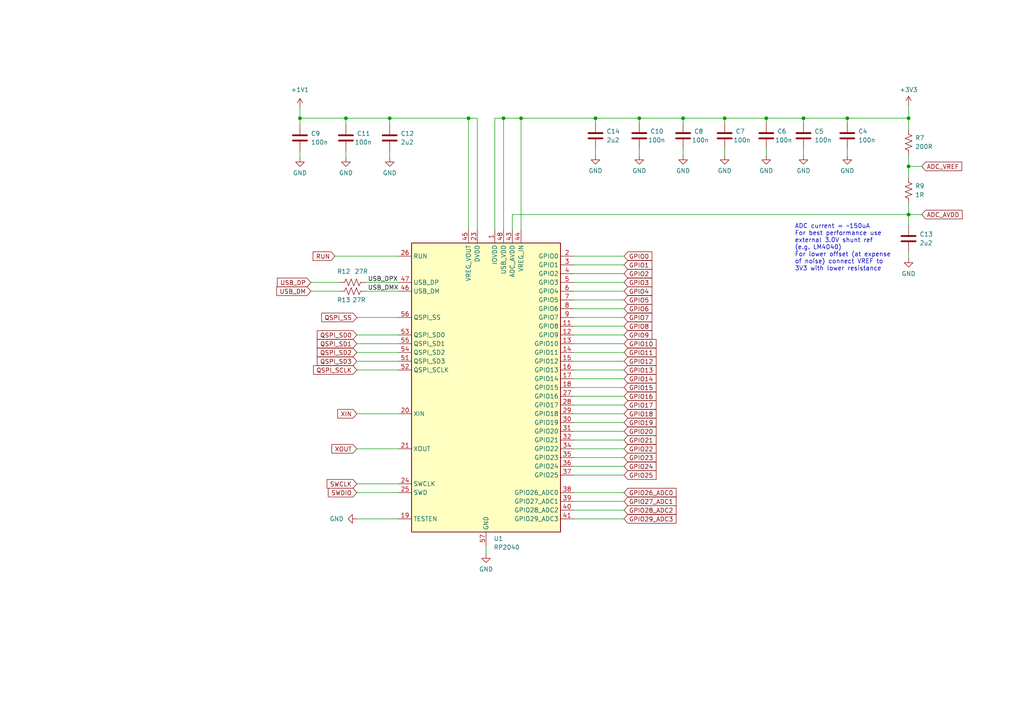
<source format=kicad_sch>
(kicad_sch
	(version 20231120)
	(generator "eeschema")
	(generator_version "8.0")
	(uuid "1e223c13-3ea3-4749-aec9-e1a93a8362ac")
	(paper "A4")
	(title_block
		(title "project piCo - RP2040")
		(date "2024-01-25")
		(rev "1")
		(company "Carlos Sabogal")
	)
	(lib_symbols
		(symbol "Device:C"
			(pin_numbers hide)
			(pin_names
				(offset 0.254)
			)
			(exclude_from_sim no)
			(in_bom yes)
			(on_board yes)
			(property "Reference" "C"
				(at 0.635 2.54 0)
				(effects
					(font
						(size 1.27 1.27)
					)
					(justify left)
				)
			)
			(property "Value" "C"
				(at 0.635 -2.54 0)
				(effects
					(font
						(size 1.27 1.27)
					)
					(justify left)
				)
			)
			(property "Footprint" ""
				(at 0.9652 -3.81 0)
				(effects
					(font
						(size 1.27 1.27)
					)
					(hide yes)
				)
			)
			(property "Datasheet" "~"
				(at 0 0 0)
				(effects
					(font
						(size 1.27 1.27)
					)
					(hide yes)
				)
			)
			(property "Description" "Unpolarized capacitor"
				(at 0 0 0)
				(effects
					(font
						(size 1.27 1.27)
					)
					(hide yes)
				)
			)
			(property "ki_keywords" "cap capacitor"
				(at 0 0 0)
				(effects
					(font
						(size 1.27 1.27)
					)
					(hide yes)
				)
			)
			(property "ki_fp_filters" "C_*"
				(at 0 0 0)
				(effects
					(font
						(size 1.27 1.27)
					)
					(hide yes)
				)
			)
			(symbol "C_0_1"
				(polyline
					(pts
						(xy -2.032 -0.762) (xy 2.032 -0.762)
					)
					(stroke
						(width 0.508)
						(type default)
					)
					(fill
						(type none)
					)
				)
				(polyline
					(pts
						(xy -2.032 0.762) (xy 2.032 0.762)
					)
					(stroke
						(width 0.508)
						(type default)
					)
					(fill
						(type none)
					)
				)
			)
			(symbol "C_1_1"
				(pin passive line
					(at 0 3.81 270)
					(length 2.794)
					(name "~"
						(effects
							(font
								(size 1.27 1.27)
							)
						)
					)
					(number "1"
						(effects
							(font
								(size 1.27 1.27)
							)
						)
					)
				)
				(pin passive line
					(at 0 -3.81 90)
					(length 2.794)
					(name "~"
						(effects
							(font
								(size 1.27 1.27)
							)
						)
					)
					(number "2"
						(effects
							(font
								(size 1.27 1.27)
							)
						)
					)
				)
			)
		)
		(symbol "Device:R_US"
			(pin_numbers hide)
			(pin_names
				(offset 0)
			)
			(exclude_from_sim no)
			(in_bom yes)
			(on_board yes)
			(property "Reference" "R"
				(at 2.54 0 90)
				(effects
					(font
						(size 1.27 1.27)
					)
				)
			)
			(property "Value" "R_US"
				(at -2.54 0 90)
				(effects
					(font
						(size 1.27 1.27)
					)
				)
			)
			(property "Footprint" ""
				(at 1.016 -0.254 90)
				(effects
					(font
						(size 1.27 1.27)
					)
					(hide yes)
				)
			)
			(property "Datasheet" "~"
				(at 0 0 0)
				(effects
					(font
						(size 1.27 1.27)
					)
					(hide yes)
				)
			)
			(property "Description" "Resistor, US symbol"
				(at 0 0 0)
				(effects
					(font
						(size 1.27 1.27)
					)
					(hide yes)
				)
			)
			(property "ki_keywords" "R res resistor"
				(at 0 0 0)
				(effects
					(font
						(size 1.27 1.27)
					)
					(hide yes)
				)
			)
			(property "ki_fp_filters" "R_*"
				(at 0 0 0)
				(effects
					(font
						(size 1.27 1.27)
					)
					(hide yes)
				)
			)
			(symbol "R_US_0_1"
				(polyline
					(pts
						(xy 0 -2.286) (xy 0 -2.54)
					)
					(stroke
						(width 0)
						(type default)
					)
					(fill
						(type none)
					)
				)
				(polyline
					(pts
						(xy 0 2.286) (xy 0 2.54)
					)
					(stroke
						(width 0)
						(type default)
					)
					(fill
						(type none)
					)
				)
				(polyline
					(pts
						(xy 0 -0.762) (xy 1.016 -1.143) (xy 0 -1.524) (xy -1.016 -1.905) (xy 0 -2.286)
					)
					(stroke
						(width 0)
						(type default)
					)
					(fill
						(type none)
					)
				)
				(polyline
					(pts
						(xy 0 0.762) (xy 1.016 0.381) (xy 0 0) (xy -1.016 -0.381) (xy 0 -0.762)
					)
					(stroke
						(width 0)
						(type default)
					)
					(fill
						(type none)
					)
				)
				(polyline
					(pts
						(xy 0 2.286) (xy 1.016 1.905) (xy 0 1.524) (xy -1.016 1.143) (xy 0 0.762)
					)
					(stroke
						(width 0)
						(type default)
					)
					(fill
						(type none)
					)
				)
			)
			(symbol "R_US_1_1"
				(pin passive line
					(at 0 3.81 270)
					(length 1.27)
					(name "~"
						(effects
							(font
								(size 1.27 1.27)
							)
						)
					)
					(number "1"
						(effects
							(font
								(size 1.27 1.27)
							)
						)
					)
				)
				(pin passive line
					(at 0 -3.81 90)
					(length 1.27)
					(name "~"
						(effects
							(font
								(size 1.27 1.27)
							)
						)
					)
					(number "2"
						(effects
							(font
								(size 1.27 1.27)
							)
						)
					)
				)
			)
		)
		(symbol "Pico_C:RP2040"
			(exclude_from_sim no)
			(in_bom yes)
			(on_board yes)
			(property "Reference" "U"
				(at 17.78 45.72 0)
				(effects
					(font
						(size 1.27 1.27)
					)
				)
			)
			(property "Value" "RP2040"
				(at 17.78 43.18 0)
				(effects
					(font
						(size 1.27 1.27)
					)
				)
			)
			(property "Footprint" "Package_DFN_QFN:QFN-56-1EP_7x7mm_P0.4mm_EP3.2x3.2mm"
				(at 0 0 0)
				(effects
					(font
						(size 1.27 1.27)
					)
					(hide yes)
				)
			)
			(property "Datasheet" "https://datasheets.raspberrypi.com/rp2040/rp2040-datasheet.pdf"
				(at 0 0 0)
				(effects
					(font
						(size 1.27 1.27)
					)
					(hide yes)
				)
			)
			(property "Description" "A microcontroller by Raspberry Pi"
				(at 0 0 0)
				(effects
					(font
						(size 1.27 1.27)
					)
					(hide yes)
				)
			)
			(property "ki_keywords" "RP2040 ARM Cortex-M0+ USB"
				(at 0 0 0)
				(effects
					(font
						(size 1.27 1.27)
					)
					(hide yes)
				)
			)
			(property "ki_fp_filters" "QFN*1EP*7x7mm?P0.4mm*"
				(at 0 0 0)
				(effects
					(font
						(size 1.27 1.27)
					)
					(hide yes)
				)
			)
			(symbol "RP2040_0_1"
				(rectangle
					(start -21.59 41.91)
					(end 21.59 -41.91)
					(stroke
						(width 0.254)
						(type default)
					)
					(fill
						(type background)
					)
				)
			)
			(symbol "RP2040_1_1"
				(pin power_in line
					(at 2.54 45.72 270)
					(length 3.81)
					(name "IOVDD"
						(effects
							(font
								(size 1.27 1.27)
							)
						)
					)
					(number "1"
						(effects
							(font
								(size 1.27 1.27)
							)
						)
					)
				)
				(pin passive line
					(at 2.54 45.72 270)
					(length 3.81) hide
					(name "IOVDD"
						(effects
							(font
								(size 1.27 1.27)
							)
						)
					)
					(number "10"
						(effects
							(font
								(size 1.27 1.27)
							)
						)
					)
				)
				(pin bidirectional line
					(at 25.4 17.78 180)
					(length 3.81)
					(name "GPIO8"
						(effects
							(font
								(size 1.27 1.27)
							)
						)
					)
					(number "11"
						(effects
							(font
								(size 1.27 1.27)
							)
						)
					)
				)
				(pin bidirectional line
					(at 25.4 15.24 180)
					(length 3.81)
					(name "GPIO9"
						(effects
							(font
								(size 1.27 1.27)
							)
						)
					)
					(number "12"
						(effects
							(font
								(size 1.27 1.27)
							)
						)
					)
				)
				(pin bidirectional line
					(at 25.4 12.7 180)
					(length 3.81)
					(name "GPIO10"
						(effects
							(font
								(size 1.27 1.27)
							)
						)
					)
					(number "13"
						(effects
							(font
								(size 1.27 1.27)
							)
						)
					)
				)
				(pin bidirectional line
					(at 25.4 10.16 180)
					(length 3.81)
					(name "GPIO11"
						(effects
							(font
								(size 1.27 1.27)
							)
						)
					)
					(number "14"
						(effects
							(font
								(size 1.27 1.27)
							)
						)
					)
				)
				(pin bidirectional line
					(at 25.4 7.62 180)
					(length 3.81)
					(name "GPIO12"
						(effects
							(font
								(size 1.27 1.27)
							)
						)
					)
					(number "15"
						(effects
							(font
								(size 1.27 1.27)
							)
						)
					)
				)
				(pin bidirectional line
					(at 25.4 5.08 180)
					(length 3.81)
					(name "GPIO13"
						(effects
							(font
								(size 1.27 1.27)
							)
						)
					)
					(number "16"
						(effects
							(font
								(size 1.27 1.27)
							)
						)
					)
				)
				(pin bidirectional line
					(at 25.4 2.54 180)
					(length 3.81)
					(name "GPIO14"
						(effects
							(font
								(size 1.27 1.27)
							)
						)
					)
					(number "17"
						(effects
							(font
								(size 1.27 1.27)
							)
						)
					)
				)
				(pin bidirectional line
					(at 25.4 0 180)
					(length 3.81)
					(name "GPIO15"
						(effects
							(font
								(size 1.27 1.27)
							)
						)
					)
					(number "18"
						(effects
							(font
								(size 1.27 1.27)
							)
						)
					)
				)
				(pin input line
					(at -25.4 -38.1 0)
					(length 3.81)
					(name "TESTEN"
						(effects
							(font
								(size 1.27 1.27)
							)
						)
					)
					(number "19"
						(effects
							(font
								(size 1.27 1.27)
							)
						)
					)
				)
				(pin bidirectional line
					(at 25.4 38.1 180)
					(length 3.81)
					(name "GPIO0"
						(effects
							(font
								(size 1.27 1.27)
							)
						)
					)
					(number "2"
						(effects
							(font
								(size 1.27 1.27)
							)
						)
					)
				)
				(pin input line
					(at -25.4 -7.62 0)
					(length 3.81)
					(name "XIN"
						(effects
							(font
								(size 1.27 1.27)
							)
						)
					)
					(number "20"
						(effects
							(font
								(size 1.27 1.27)
							)
						)
					)
				)
				(pin passive line
					(at -25.4 -17.78 0)
					(length 3.81)
					(name "XOUT"
						(effects
							(font
								(size 1.27 1.27)
							)
						)
					)
					(number "21"
						(effects
							(font
								(size 1.27 1.27)
							)
						)
					)
				)
				(pin passive line
					(at 2.54 45.72 270)
					(length 3.81) hide
					(name "IOVDD"
						(effects
							(font
								(size 1.27 1.27)
							)
						)
					)
					(number "22"
						(effects
							(font
								(size 1.27 1.27)
							)
						)
					)
				)
				(pin power_in line
					(at -2.54 45.72 270)
					(length 3.81)
					(name "DVDD"
						(effects
							(font
								(size 1.27 1.27)
							)
						)
					)
					(number "23"
						(effects
							(font
								(size 1.27 1.27)
							)
						)
					)
				)
				(pin input line
					(at -25.4 -27.94 0)
					(length 3.81)
					(name "SWCLK"
						(effects
							(font
								(size 1.27 1.27)
							)
						)
					)
					(number "24"
						(effects
							(font
								(size 1.27 1.27)
							)
						)
					)
				)
				(pin bidirectional line
					(at -25.4 -30.48 0)
					(length 3.81)
					(name "SWD"
						(effects
							(font
								(size 1.27 1.27)
							)
						)
					)
					(number "25"
						(effects
							(font
								(size 1.27 1.27)
							)
						)
					)
				)
				(pin input line
					(at -25.4 38.1 0)
					(length 3.81)
					(name "RUN"
						(effects
							(font
								(size 1.27 1.27)
							)
						)
					)
					(number "26"
						(effects
							(font
								(size 1.27 1.27)
							)
						)
					)
				)
				(pin bidirectional line
					(at 25.4 -2.54 180)
					(length 3.81)
					(name "GPIO16"
						(effects
							(font
								(size 1.27 1.27)
							)
						)
					)
					(number "27"
						(effects
							(font
								(size 1.27 1.27)
							)
						)
					)
				)
				(pin bidirectional line
					(at 25.4 -5.08 180)
					(length 3.81)
					(name "GPIO17"
						(effects
							(font
								(size 1.27 1.27)
							)
						)
					)
					(number "28"
						(effects
							(font
								(size 1.27 1.27)
							)
						)
					)
				)
				(pin bidirectional line
					(at 25.4 -7.62 180)
					(length 3.81)
					(name "GPIO18"
						(effects
							(font
								(size 1.27 1.27)
							)
						)
					)
					(number "29"
						(effects
							(font
								(size 1.27 1.27)
							)
						)
					)
				)
				(pin bidirectional line
					(at 25.4 35.56 180)
					(length 3.81)
					(name "GPIO1"
						(effects
							(font
								(size 1.27 1.27)
							)
						)
					)
					(number "3"
						(effects
							(font
								(size 1.27 1.27)
							)
						)
					)
				)
				(pin bidirectional line
					(at 25.4 -10.16 180)
					(length 3.81)
					(name "GPIO19"
						(effects
							(font
								(size 1.27 1.27)
							)
						)
					)
					(number "30"
						(effects
							(font
								(size 1.27 1.27)
							)
						)
					)
				)
				(pin bidirectional line
					(at 25.4 -12.7 180)
					(length 3.81)
					(name "GPIO20"
						(effects
							(font
								(size 1.27 1.27)
							)
						)
					)
					(number "31"
						(effects
							(font
								(size 1.27 1.27)
							)
						)
					)
				)
				(pin bidirectional line
					(at 25.4 -15.24 180)
					(length 3.81)
					(name "GPIO21"
						(effects
							(font
								(size 1.27 1.27)
							)
						)
					)
					(number "32"
						(effects
							(font
								(size 1.27 1.27)
							)
						)
					)
				)
				(pin passive line
					(at 2.54 45.72 270)
					(length 3.81) hide
					(name "IOVDD"
						(effects
							(font
								(size 1.27 1.27)
							)
						)
					)
					(number "33"
						(effects
							(font
								(size 1.27 1.27)
							)
						)
					)
				)
				(pin bidirectional line
					(at 25.4 -17.78 180)
					(length 3.81)
					(name "GPIO22"
						(effects
							(font
								(size 1.27 1.27)
							)
						)
					)
					(number "34"
						(effects
							(font
								(size 1.27 1.27)
							)
						)
					)
				)
				(pin bidirectional line
					(at 25.4 -20.32 180)
					(length 3.81)
					(name "GPIO23"
						(effects
							(font
								(size 1.27 1.27)
							)
						)
					)
					(number "35"
						(effects
							(font
								(size 1.27 1.27)
							)
						)
					)
				)
				(pin bidirectional line
					(at 25.4 -22.86 180)
					(length 3.81)
					(name "GPIO24"
						(effects
							(font
								(size 1.27 1.27)
							)
						)
					)
					(number "36"
						(effects
							(font
								(size 1.27 1.27)
							)
						)
					)
				)
				(pin bidirectional line
					(at 25.4 -25.4 180)
					(length 3.81)
					(name "GPIO25"
						(effects
							(font
								(size 1.27 1.27)
							)
						)
					)
					(number "37"
						(effects
							(font
								(size 1.27 1.27)
							)
						)
					)
				)
				(pin bidirectional line
					(at 25.4 -30.48 180)
					(length 3.81)
					(name "GPIO26_ADC0"
						(effects
							(font
								(size 1.27 1.27)
							)
						)
					)
					(number "38"
						(effects
							(font
								(size 1.27 1.27)
							)
						)
					)
				)
				(pin bidirectional line
					(at 25.4 -33.02 180)
					(length 3.81)
					(name "GPIO27_ADC1"
						(effects
							(font
								(size 1.27 1.27)
							)
						)
					)
					(number "39"
						(effects
							(font
								(size 1.27 1.27)
							)
						)
					)
				)
				(pin bidirectional line
					(at 25.4 33.02 180)
					(length 3.81)
					(name "GPIO2"
						(effects
							(font
								(size 1.27 1.27)
							)
						)
					)
					(number "4"
						(effects
							(font
								(size 1.27 1.27)
							)
						)
					)
				)
				(pin bidirectional line
					(at 25.4 -35.56 180)
					(length 3.81)
					(name "GPIO28_ADC2"
						(effects
							(font
								(size 1.27 1.27)
							)
						)
					)
					(number "40"
						(effects
							(font
								(size 1.27 1.27)
							)
						)
					)
				)
				(pin bidirectional line
					(at 25.4 -38.1 180)
					(length 3.81)
					(name "GPIO29_ADC3"
						(effects
							(font
								(size 1.27 1.27)
							)
						)
					)
					(number "41"
						(effects
							(font
								(size 1.27 1.27)
							)
						)
					)
				)
				(pin passive line
					(at 2.54 45.72 270)
					(length 3.81) hide
					(name "IOVDD"
						(effects
							(font
								(size 1.27 1.27)
							)
						)
					)
					(number "42"
						(effects
							(font
								(size 1.27 1.27)
							)
						)
					)
				)
				(pin power_in line
					(at 7.62 45.72 270)
					(length 3.81)
					(name "ADC_AVDD"
						(effects
							(font
								(size 1.27 1.27)
							)
						)
					)
					(number "43"
						(effects
							(font
								(size 1.27 1.27)
							)
						)
					)
				)
				(pin power_in line
					(at 10.16 45.72 270)
					(length 3.81)
					(name "VREG_IN"
						(effects
							(font
								(size 1.27 1.27)
							)
						)
					)
					(number "44"
						(effects
							(font
								(size 1.27 1.27)
							)
						)
					)
				)
				(pin power_out line
					(at -5.08 45.72 270)
					(length 3.81)
					(name "VREG_VOUT"
						(effects
							(font
								(size 1.27 1.27)
							)
						)
					)
					(number "45"
						(effects
							(font
								(size 1.27 1.27)
							)
						)
					)
				)
				(pin bidirectional line
					(at -25.4 27.94 0)
					(length 3.81)
					(name "USB_DM"
						(effects
							(font
								(size 1.27 1.27)
							)
						)
					)
					(number "46"
						(effects
							(font
								(size 1.27 1.27)
							)
						)
					)
				)
				(pin bidirectional line
					(at -25.4 30.48 0)
					(length 3.81)
					(name "USB_DP"
						(effects
							(font
								(size 1.27 1.27)
							)
						)
					)
					(number "47"
						(effects
							(font
								(size 1.27 1.27)
							)
						)
					)
				)
				(pin power_in line
					(at 5.08 45.72 270)
					(length 3.81)
					(name "USB_VDD"
						(effects
							(font
								(size 1.27 1.27)
							)
						)
					)
					(number "48"
						(effects
							(font
								(size 1.27 1.27)
							)
						)
					)
				)
				(pin passive line
					(at 2.54 45.72 270)
					(length 3.81) hide
					(name "IOVDD"
						(effects
							(font
								(size 1.27 1.27)
							)
						)
					)
					(number "49"
						(effects
							(font
								(size 1.27 1.27)
							)
						)
					)
				)
				(pin bidirectional line
					(at 25.4 30.48 180)
					(length 3.81)
					(name "GPIO3"
						(effects
							(font
								(size 1.27 1.27)
							)
						)
					)
					(number "5"
						(effects
							(font
								(size 1.27 1.27)
							)
						)
					)
				)
				(pin passive line
					(at -2.54 45.72 270)
					(length 3.81) hide
					(name "DVDD"
						(effects
							(font
								(size 1.27 1.27)
							)
						)
					)
					(number "50"
						(effects
							(font
								(size 1.27 1.27)
							)
						)
					)
				)
				(pin bidirectional line
					(at -25.4 7.62 0)
					(length 3.81)
					(name "QSPI_SD3"
						(effects
							(font
								(size 1.27 1.27)
							)
						)
					)
					(number "51"
						(effects
							(font
								(size 1.27 1.27)
							)
						)
					)
				)
				(pin output line
					(at -25.4 5.08 0)
					(length 3.81)
					(name "QSPI_SCLK"
						(effects
							(font
								(size 1.27 1.27)
							)
						)
					)
					(number "52"
						(effects
							(font
								(size 1.27 1.27)
							)
						)
					)
				)
				(pin bidirectional line
					(at -25.4 15.24 0)
					(length 3.81)
					(name "QSPI_SD0"
						(effects
							(font
								(size 1.27 1.27)
							)
						)
					)
					(number "53"
						(effects
							(font
								(size 1.27 1.27)
							)
						)
					)
				)
				(pin bidirectional line
					(at -25.4 10.16 0)
					(length 3.81)
					(name "QSPI_SD2"
						(effects
							(font
								(size 1.27 1.27)
							)
						)
					)
					(number "54"
						(effects
							(font
								(size 1.27 1.27)
							)
						)
					)
				)
				(pin bidirectional line
					(at -25.4 12.7 0)
					(length 3.81)
					(name "QSPI_SD1"
						(effects
							(font
								(size 1.27 1.27)
							)
						)
					)
					(number "55"
						(effects
							(font
								(size 1.27 1.27)
							)
						)
					)
				)
				(pin bidirectional line
					(at -25.4 20.32 0)
					(length 3.81)
					(name "QSPI_SS"
						(effects
							(font
								(size 1.27 1.27)
							)
						)
					)
					(number "56"
						(effects
							(font
								(size 1.27 1.27)
							)
						)
					)
				)
				(pin power_in line
					(at 0 -45.72 90)
					(length 3.81)
					(name "GND"
						(effects
							(font
								(size 1.27 1.27)
							)
						)
					)
					(number "57"
						(effects
							(font
								(size 1.27 1.27)
							)
						)
					)
				)
				(pin bidirectional line
					(at 25.4 27.94 180)
					(length 3.81)
					(name "GPIO4"
						(effects
							(font
								(size 1.27 1.27)
							)
						)
					)
					(number "6"
						(effects
							(font
								(size 1.27 1.27)
							)
						)
					)
				)
				(pin bidirectional line
					(at 25.4 25.4 180)
					(length 3.81)
					(name "GPIO5"
						(effects
							(font
								(size 1.27 1.27)
							)
						)
					)
					(number "7"
						(effects
							(font
								(size 1.27 1.27)
							)
						)
					)
				)
				(pin bidirectional line
					(at 25.4 22.86 180)
					(length 3.81)
					(name "GPIO6"
						(effects
							(font
								(size 1.27 1.27)
							)
						)
					)
					(number "8"
						(effects
							(font
								(size 1.27 1.27)
							)
						)
					)
				)
				(pin bidirectional line
					(at 25.4 20.32 180)
					(length 3.81)
					(name "GPIO7"
						(effects
							(font
								(size 1.27 1.27)
							)
						)
					)
					(number "9"
						(effects
							(font
								(size 1.27 1.27)
							)
						)
					)
				)
			)
		)
		(symbol "power:+1V1"
			(power)
			(pin_names
				(offset 0)
			)
			(exclude_from_sim no)
			(in_bom yes)
			(on_board yes)
			(property "Reference" "#PWR"
				(at 0 -3.81 0)
				(effects
					(font
						(size 1.27 1.27)
					)
					(hide yes)
				)
			)
			(property "Value" "+1V1"
				(at 0 3.556 0)
				(effects
					(font
						(size 1.27 1.27)
					)
				)
			)
			(property "Footprint" ""
				(at 0 0 0)
				(effects
					(font
						(size 1.27 1.27)
					)
					(hide yes)
				)
			)
			(property "Datasheet" ""
				(at 0 0 0)
				(effects
					(font
						(size 1.27 1.27)
					)
					(hide yes)
				)
			)
			(property "Description" "Power symbol creates a global label with name \"+1V1\""
				(at 0 0 0)
				(effects
					(font
						(size 1.27 1.27)
					)
					(hide yes)
				)
			)
			(property "ki_keywords" "global power"
				(at 0 0 0)
				(effects
					(font
						(size 1.27 1.27)
					)
					(hide yes)
				)
			)
			(symbol "+1V1_0_1"
				(polyline
					(pts
						(xy -0.762 1.27) (xy 0 2.54)
					)
					(stroke
						(width 0)
						(type default)
					)
					(fill
						(type none)
					)
				)
				(polyline
					(pts
						(xy 0 0) (xy 0 2.54)
					)
					(stroke
						(width 0)
						(type default)
					)
					(fill
						(type none)
					)
				)
				(polyline
					(pts
						(xy 0 2.54) (xy 0.762 1.27)
					)
					(stroke
						(width 0)
						(type default)
					)
					(fill
						(type none)
					)
				)
			)
			(symbol "+1V1_1_1"
				(pin power_in line
					(at 0 0 90)
					(length 0) hide
					(name "+1V1"
						(effects
							(font
								(size 1.27 1.27)
							)
						)
					)
					(number "1"
						(effects
							(font
								(size 1.27 1.27)
							)
						)
					)
				)
			)
		)
		(symbol "power:+3V3"
			(power)
			(pin_names
				(offset 0)
			)
			(exclude_from_sim no)
			(in_bom yes)
			(on_board yes)
			(property "Reference" "#PWR"
				(at 0 -3.81 0)
				(effects
					(font
						(size 1.27 1.27)
					)
					(hide yes)
				)
			)
			(property "Value" "+3V3"
				(at 0 3.556 0)
				(effects
					(font
						(size 1.27 1.27)
					)
				)
			)
			(property "Footprint" ""
				(at 0 0 0)
				(effects
					(font
						(size 1.27 1.27)
					)
					(hide yes)
				)
			)
			(property "Datasheet" ""
				(at 0 0 0)
				(effects
					(font
						(size 1.27 1.27)
					)
					(hide yes)
				)
			)
			(property "Description" "Power symbol creates a global label with name \"+3V3\""
				(at 0 0 0)
				(effects
					(font
						(size 1.27 1.27)
					)
					(hide yes)
				)
			)
			(property "ki_keywords" "global power"
				(at 0 0 0)
				(effects
					(font
						(size 1.27 1.27)
					)
					(hide yes)
				)
			)
			(symbol "+3V3_0_1"
				(polyline
					(pts
						(xy -0.762 1.27) (xy 0 2.54)
					)
					(stroke
						(width 0)
						(type default)
					)
					(fill
						(type none)
					)
				)
				(polyline
					(pts
						(xy 0 0) (xy 0 2.54)
					)
					(stroke
						(width 0)
						(type default)
					)
					(fill
						(type none)
					)
				)
				(polyline
					(pts
						(xy 0 2.54) (xy 0.762 1.27)
					)
					(stroke
						(width 0)
						(type default)
					)
					(fill
						(type none)
					)
				)
			)
			(symbol "+3V3_1_1"
				(pin power_in line
					(at 0 0 90)
					(length 0) hide
					(name "+3V3"
						(effects
							(font
								(size 1.27 1.27)
							)
						)
					)
					(number "1"
						(effects
							(font
								(size 1.27 1.27)
							)
						)
					)
				)
			)
		)
		(symbol "power:GND"
			(power)
			(pin_names
				(offset 0)
			)
			(exclude_from_sim no)
			(in_bom yes)
			(on_board yes)
			(property "Reference" "#PWR"
				(at 0 -6.35 0)
				(effects
					(font
						(size 1.27 1.27)
					)
					(hide yes)
				)
			)
			(property "Value" "GND"
				(at 0 -3.81 0)
				(effects
					(font
						(size 1.27 1.27)
					)
				)
			)
			(property "Footprint" ""
				(at 0 0 0)
				(effects
					(font
						(size 1.27 1.27)
					)
					(hide yes)
				)
			)
			(property "Datasheet" ""
				(at 0 0 0)
				(effects
					(font
						(size 1.27 1.27)
					)
					(hide yes)
				)
			)
			(property "Description" "Power symbol creates a global label with name \"GND\" , ground"
				(at 0 0 0)
				(effects
					(font
						(size 1.27 1.27)
					)
					(hide yes)
				)
			)
			(property "ki_keywords" "global power"
				(at 0 0 0)
				(effects
					(font
						(size 1.27 1.27)
					)
					(hide yes)
				)
			)
			(symbol "GND_0_1"
				(polyline
					(pts
						(xy 0 0) (xy 0 -1.27) (xy 1.27 -1.27) (xy 0 -2.54) (xy -1.27 -1.27) (xy 0 -1.27)
					)
					(stroke
						(width 0)
						(type default)
					)
					(fill
						(type none)
					)
				)
			)
			(symbol "GND_1_1"
				(pin power_in line
					(at 0 0 270)
					(length 0) hide
					(name "GND"
						(effects
							(font
								(size 1.27 1.27)
							)
						)
					)
					(number "1"
						(effects
							(font
								(size 1.27 1.27)
							)
						)
					)
				)
			)
		)
	)
	(junction
		(at 210.185 34.29)
		(diameter 0)
		(color 0 0 0 0)
		(uuid "130f52bd-7626-4616-84df-e928e95278d1")
	)
	(junction
		(at 233.045 34.29)
		(diameter 0)
		(color 0 0 0 0)
		(uuid "3ae23335-ee6b-4ec9-b71c-eb3d0d707413")
	)
	(junction
		(at 100.33 34.29)
		(diameter 0)
		(color 0 0 0 0)
		(uuid "4a69ed38-03b6-4071-b40d-4cb452befdf5")
	)
	(junction
		(at 198.12 34.29)
		(diameter 0)
		(color 0 0 0 0)
		(uuid "595389cf-7b07-4454-a81a-e2adf79f86c5")
	)
	(junction
		(at 245.745 34.29)
		(diameter 0)
		(color 0 0 0 0)
		(uuid "6e42b08e-e4dd-4a5c-ba71-97cbb3fe38a3")
	)
	(junction
		(at 263.525 48.26)
		(diameter 0)
		(color 0 0 0 0)
		(uuid "77dc61ae-14ab-40a7-9822-e1d01def6af0")
	)
	(junction
		(at 222.25 34.29)
		(diameter 0)
		(color 0 0 0 0)
		(uuid "8046dce8-80e2-4990-b2c8-84faedf9468b")
	)
	(junction
		(at 151.13 34.29)
		(diameter 0)
		(color 0 0 0 0)
		(uuid "85a56626-6d2a-4d2d-91fa-763ad2b7ed70")
	)
	(junction
		(at 113.03 34.29)
		(diameter 0)
		(color 0 0 0 0)
		(uuid "8701e87e-0be5-4c89-b78c-3647bdd1e6e7")
	)
	(junction
		(at 86.995 34.29)
		(diameter 0)
		(color 0 0 0 0)
		(uuid "8f163d01-d582-4655-b9d6-2432a52e6ae7")
	)
	(junction
		(at 146.05 34.29)
		(diameter 0)
		(color 0 0 0 0)
		(uuid "a5172def-77bb-442b-8e37-4aaf75187297")
	)
	(junction
		(at 263.525 62.23)
		(diameter 0)
		(color 0 0 0 0)
		(uuid "b9a2569c-baa4-4bef-aa43-0ca0e6e7d355")
	)
	(junction
		(at 172.72 34.29)
		(diameter 0)
		(color 0 0 0 0)
		(uuid "c02c25d3-edd9-461c-8420-1a8ac487f8b5")
	)
	(junction
		(at 263.525 34.29)
		(diameter 0)
		(color 0 0 0 0)
		(uuid "c45fb844-f7b6-48ad-8a7a-15e565826409")
	)
	(junction
		(at 185.42 34.29)
		(diameter 0)
		(color 0 0 0 0)
		(uuid "cf15a7d8-7ce3-4ba9-94a8-7207765fddf2")
	)
	(junction
		(at 135.89 34.29)
		(diameter 0)
		(color 0 0 0 0)
		(uuid "e3045127-3005-44d6-b597-64c7a3833216")
	)
	(wire
		(pts
			(xy 263.525 37.465) (xy 263.525 34.29)
		)
		(stroke
			(width 0)
			(type default)
		)
		(uuid "05b2e073-c1d1-44b9-927f-a4ecfd4e7625")
	)
	(wire
		(pts
			(xy 115.57 142.875) (xy 103.505 142.875)
		)
		(stroke
			(width 0)
			(type default)
		)
		(uuid "05f43729-cd2b-4d26-a684-d128a4aa6400")
	)
	(wire
		(pts
			(xy 143.51 34.29) (xy 146.05 34.29)
		)
		(stroke
			(width 0)
			(type default)
		)
		(uuid "06e32628-9e72-4bc2-9fa6-9139f35f9519")
	)
	(wire
		(pts
			(xy 148.59 62.23) (xy 263.525 62.23)
		)
		(stroke
			(width 0)
			(type default)
		)
		(uuid "0cb97ae3-0efa-4c40-83d2-d564ef7c079a")
	)
	(wire
		(pts
			(xy 166.37 94.615) (xy 180.975 94.615)
		)
		(stroke
			(width 0)
			(type default)
		)
		(uuid "0d5c7aae-ad67-4aa5-a08a-7ee8544308d7")
	)
	(wire
		(pts
			(xy 166.37 137.795) (xy 180.975 137.795)
		)
		(stroke
			(width 0)
			(type default)
		)
		(uuid "0e076b86-8959-4888-8120-09679bc5520b")
	)
	(wire
		(pts
			(xy 140.97 160.655) (xy 140.97 158.115)
		)
		(stroke
			(width 0)
			(type default)
		)
		(uuid "0eb46cd2-fe06-44a0-a8ae-f6303a843f20")
	)
	(wire
		(pts
			(xy 263.525 74.93) (xy 263.525 73.025)
		)
		(stroke
			(width 0)
			(type default)
		)
		(uuid "14d9c19d-35eb-4e84-9991-6f029dbd4967")
	)
	(wire
		(pts
			(xy 263.525 45.085) (xy 263.525 48.26)
		)
		(stroke
			(width 0)
			(type default)
		)
		(uuid "19454316-2739-4243-853c-7cdd0932d21b")
	)
	(wire
		(pts
			(xy 245.745 34.29) (xy 245.745 35.56)
		)
		(stroke
			(width 0)
			(type default)
		)
		(uuid "1dc2cab0-c0ce-4df8-901c-f20201c2f4e5")
	)
	(wire
		(pts
			(xy 100.33 34.29) (xy 100.33 36.195)
		)
		(stroke
			(width 0)
			(type default)
		)
		(uuid "1f59cc99-e85e-4561-b4f6-a7a0012317b6")
	)
	(wire
		(pts
			(xy 143.51 34.29) (xy 143.51 66.675)
		)
		(stroke
			(width 0)
			(type default)
		)
		(uuid "20569ead-dfeb-4239-91a1-bdb7f43d793f")
	)
	(wire
		(pts
			(xy 166.37 117.475) (xy 180.975 117.475)
		)
		(stroke
			(width 0)
			(type default)
		)
		(uuid "24d56890-2310-449d-9463-3240bda3f15c")
	)
	(wire
		(pts
			(xy 115.57 97.155) (xy 103.505 97.155)
		)
		(stroke
			(width 0)
			(type default)
		)
		(uuid "2574bfe2-05ee-4d12-a81e-706380ce18a6")
	)
	(wire
		(pts
			(xy 166.37 92.075) (xy 180.975 92.075)
		)
		(stroke
			(width 0)
			(type default)
		)
		(uuid "261cc1f5-e5b5-4b60-ac10-f07df9042e78")
	)
	(wire
		(pts
			(xy 245.745 45.085) (xy 245.745 43.18)
		)
		(stroke
			(width 0)
			(type default)
		)
		(uuid "2694ebaf-9672-47c2-8fb9-a5d5ffb25008")
	)
	(wire
		(pts
			(xy 115.57 92.075) (xy 103.505 92.075)
		)
		(stroke
			(width 0)
			(type default)
		)
		(uuid "282582ae-869e-4d8e-b06d-4774cdb9ccee")
	)
	(wire
		(pts
			(xy 135.89 34.29) (xy 138.43 34.29)
		)
		(stroke
			(width 0)
			(type default)
		)
		(uuid "285785b3-6f2d-4473-b4d2-d95aeee0f430")
	)
	(wire
		(pts
			(xy 263.525 59.055) (xy 263.525 62.23)
		)
		(stroke
			(width 0)
			(type default)
		)
		(uuid "2b47a6ec-0e71-4b8c-95fe-598fb8582818")
	)
	(wire
		(pts
			(xy 222.25 35.56) (xy 222.25 34.29)
		)
		(stroke
			(width 0)
			(type default)
		)
		(uuid "2b8a3175-07a0-406b-a2d3-6fd7ff5e5a40")
	)
	(wire
		(pts
			(xy 166.37 84.455) (xy 180.975 84.455)
		)
		(stroke
			(width 0)
			(type default)
		)
		(uuid "2bf7ea24-5488-4fda-ab3b-9599331a225a")
	)
	(wire
		(pts
			(xy 166.37 89.535) (xy 180.975 89.535)
		)
		(stroke
			(width 0)
			(type default)
		)
		(uuid "3277ed2e-61ed-453f-8d91-628922c66fc8")
	)
	(wire
		(pts
			(xy 115.57 102.235) (xy 103.505 102.235)
		)
		(stroke
			(width 0)
			(type default)
		)
		(uuid "365d2c12-89b1-4f6f-ad16-437dd78bdb2c")
	)
	(wire
		(pts
			(xy 263.525 62.23) (xy 267.335 62.23)
		)
		(stroke
			(width 0)
			(type default)
		)
		(uuid "36bb44de-039c-4242-8d7b-7327151d0708")
	)
	(wire
		(pts
			(xy 210.185 34.29) (xy 222.25 34.29)
		)
		(stroke
			(width 0)
			(type default)
		)
		(uuid "39d20ade-f9d3-4c39-8966-a1d679ca00ec")
	)
	(wire
		(pts
			(xy 166.37 127.635) (xy 180.975 127.635)
		)
		(stroke
			(width 0)
			(type default)
		)
		(uuid "39e6d950-0a00-4e7b-9675-f3c55f8946c2")
	)
	(wire
		(pts
			(xy 146.05 34.29) (xy 146.05 66.675)
		)
		(stroke
			(width 0)
			(type default)
		)
		(uuid "411add80-f377-4e3e-b9b0-5b85d360c64e")
	)
	(wire
		(pts
			(xy 198.12 35.56) (xy 198.12 34.29)
		)
		(stroke
			(width 0)
			(type default)
		)
		(uuid "44f80e0b-0659-4195-91c0-c3d64709c982")
	)
	(wire
		(pts
			(xy 138.43 34.29) (xy 138.43 66.675)
		)
		(stroke
			(width 0)
			(type default)
		)
		(uuid "47944b5e-c5a6-4c62-8b51-4ff47bd96d71")
	)
	(wire
		(pts
			(xy 222.25 45.085) (xy 222.25 43.18)
		)
		(stroke
			(width 0)
			(type default)
		)
		(uuid "48e288f3-8aa8-43a7-b668-97e80e4f8542")
	)
	(wire
		(pts
			(xy 166.37 81.915) (xy 180.975 81.915)
		)
		(stroke
			(width 0)
			(type default)
		)
		(uuid "496a4b97-04c9-4170-903c-c3106690bbdf")
	)
	(wire
		(pts
			(xy 106.045 81.915) (xy 115.57 81.915)
		)
		(stroke
			(width 0)
			(type default)
		)
		(uuid "4d6064c9-f9da-4ea7-b5d9-91bf0d01a64a")
	)
	(wire
		(pts
			(xy 115.57 107.315) (xy 103.505 107.315)
		)
		(stroke
			(width 0)
			(type default)
		)
		(uuid "513694b5-22a0-4a8c-aeca-a36ca3144579")
	)
	(wire
		(pts
			(xy 185.42 34.29) (xy 185.42 35.56)
		)
		(stroke
			(width 0)
			(type default)
		)
		(uuid "54f22c70-7f4e-4cdb-88de-135d12e4ed23")
	)
	(wire
		(pts
			(xy 233.045 34.29) (xy 233.045 35.56)
		)
		(stroke
			(width 0)
			(type default)
		)
		(uuid "57d97066-39b3-4b75-b20d-7209f20da2b7")
	)
	(wire
		(pts
			(xy 172.72 34.29) (xy 172.72 35.56)
		)
		(stroke
			(width 0)
			(type default)
		)
		(uuid "5cb70337-233d-45a9-9b77-17e689250e57")
	)
	(wire
		(pts
			(xy 263.525 62.23) (xy 263.525 65.405)
		)
		(stroke
			(width 0)
			(type default)
		)
		(uuid "5cca3855-333a-4037-ba80-399d2f022602")
	)
	(wire
		(pts
			(xy 233.045 45.085) (xy 233.045 43.18)
		)
		(stroke
			(width 0)
			(type default)
		)
		(uuid "6007e434-ee54-4f2a-b8a8-5d461e6e05c0")
	)
	(wire
		(pts
			(xy 86.995 34.29) (xy 86.995 36.195)
		)
		(stroke
			(width 0)
			(type default)
		)
		(uuid "6130ca7c-25a4-4b10-bfce-e220414c3ab1")
	)
	(wire
		(pts
			(xy 180.975 145.415) (xy 166.37 145.415)
		)
		(stroke
			(width 0)
			(type default)
		)
		(uuid "61a16df6-9f01-45d5-b2e1-24a27987b957")
	)
	(wire
		(pts
			(xy 151.13 34.29) (xy 151.13 66.675)
		)
		(stroke
			(width 0)
			(type default)
		)
		(uuid "65c412c8-34f1-460b-a00e-2372bb23760b")
	)
	(wire
		(pts
			(xy 166.37 125.095) (xy 180.975 125.095)
		)
		(stroke
			(width 0)
			(type default)
		)
		(uuid "6827a04f-f186-4fb2-8976-a1fda4e03a6b")
	)
	(wire
		(pts
			(xy 166.37 120.015) (xy 180.975 120.015)
		)
		(stroke
			(width 0)
			(type default)
		)
		(uuid "69d1eb77-ccc2-47cd-99ad-543b6908a10d")
	)
	(wire
		(pts
			(xy 166.37 107.315) (xy 180.975 107.315)
		)
		(stroke
			(width 0)
			(type default)
		)
		(uuid "6ae622aa-df29-42d5-b7f5-7d2362975179")
	)
	(wire
		(pts
			(xy 166.37 74.295) (xy 180.975 74.295)
		)
		(stroke
			(width 0)
			(type default)
		)
		(uuid "6dd50631-80c0-464a-a0b2-adc840cd7859")
	)
	(wire
		(pts
			(xy 100.33 45.72) (xy 100.33 43.815)
		)
		(stroke
			(width 0)
			(type default)
		)
		(uuid "737eb590-32c9-43c7-bc54-92a855daf1a3")
	)
	(wire
		(pts
			(xy 115.57 140.335) (xy 103.505 140.335)
		)
		(stroke
			(width 0)
			(type default)
		)
		(uuid "7b5f2de8-1dc5-4e5b-a4e8-c71a56767b9f")
	)
	(wire
		(pts
			(xy 166.37 112.395) (xy 180.975 112.395)
		)
		(stroke
			(width 0)
			(type default)
		)
		(uuid "7c388dc1-82e1-40c3-828b-5ee9b7376359")
	)
	(wire
		(pts
			(xy 86.995 31.115) (xy 86.995 34.29)
		)
		(stroke
			(width 0)
			(type default)
		)
		(uuid "7eae7b40-b630-402a-9b6d-841cd2e87102")
	)
	(wire
		(pts
			(xy 115.57 120.015) (xy 103.505 120.015)
		)
		(stroke
			(width 0)
			(type default)
		)
		(uuid "7ed94484-17d0-400e-a732-53a28f7456ec")
	)
	(wire
		(pts
			(xy 166.37 97.155) (xy 180.975 97.155)
		)
		(stroke
			(width 0)
			(type default)
		)
		(uuid "828232dc-786a-41f8-8482-53b7bce76523")
	)
	(wire
		(pts
			(xy 233.045 34.29) (xy 245.745 34.29)
		)
		(stroke
			(width 0)
			(type default)
		)
		(uuid "832e7215-257f-48c7-81b7-b5b128b7c090")
	)
	(wire
		(pts
			(xy 166.37 99.695) (xy 180.975 99.695)
		)
		(stroke
			(width 0)
			(type default)
		)
		(uuid "8b03d46e-b990-4476-a3ba-266fb958f017")
	)
	(wire
		(pts
			(xy 263.525 48.26) (xy 267.335 48.26)
		)
		(stroke
			(width 0)
			(type default)
		)
		(uuid "8cddef5c-f266-4fcc-8410-575de411a077")
	)
	(wire
		(pts
			(xy 222.25 34.29) (xy 233.045 34.29)
		)
		(stroke
			(width 0)
			(type default)
		)
		(uuid "8df7d5d6-f711-4d05-bf5a-41103c4af835")
	)
	(wire
		(pts
			(xy 113.03 34.29) (xy 135.89 34.29)
		)
		(stroke
			(width 0)
			(type default)
		)
		(uuid "9004bd92-68fb-498c-8f26-26106fcd6976")
	)
	(wire
		(pts
			(xy 166.37 132.715) (xy 180.975 132.715)
		)
		(stroke
			(width 0)
			(type default)
		)
		(uuid "93af3c77-e086-4611-8937-35b5f2029058")
	)
	(wire
		(pts
			(xy 263.525 48.26) (xy 263.525 51.435)
		)
		(stroke
			(width 0)
			(type default)
		)
		(uuid "9404eb91-1407-4951-9588-02476cefd13b")
	)
	(wire
		(pts
			(xy 210.185 34.29) (xy 210.185 35.56)
		)
		(stroke
			(width 0)
			(type default)
		)
		(uuid "941db366-dd45-482d-8a63-9fabc6cb4afc")
	)
	(wire
		(pts
			(xy 198.12 34.29) (xy 210.185 34.29)
		)
		(stroke
			(width 0)
			(type default)
		)
		(uuid "9b1a22bb-3372-46d6-903f-7f914f6d3559")
	)
	(wire
		(pts
			(xy 90.17 84.455) (xy 98.425 84.455)
		)
		(stroke
			(width 0)
			(type default)
		)
		(uuid "9dbf02fc-5364-4171-b7eb-d90065dea0c2")
	)
	(wire
		(pts
			(xy 263.525 30.48) (xy 263.525 34.29)
		)
		(stroke
			(width 0)
			(type default)
		)
		(uuid "9dd1e83f-6737-4e6b-8500-5a1567e7da4d")
	)
	(wire
		(pts
			(xy 146.05 34.29) (xy 151.13 34.29)
		)
		(stroke
			(width 0)
			(type default)
		)
		(uuid "9ecebd83-8f8f-401b-9e0e-4b49bc046c51")
	)
	(wire
		(pts
			(xy 115.57 99.695) (xy 103.505 99.695)
		)
		(stroke
			(width 0)
			(type default)
		)
		(uuid "a3584234-ce0f-44a2-9249-af571bcb5cab")
	)
	(wire
		(pts
			(xy 185.42 34.29) (xy 198.12 34.29)
		)
		(stroke
			(width 0)
			(type default)
		)
		(uuid "a378f583-f033-4174-9def-437c69e627c3")
	)
	(wire
		(pts
			(xy 90.17 81.915) (xy 98.425 81.915)
		)
		(stroke
			(width 0)
			(type default)
		)
		(uuid "a6dc7df1-0ee7-4972-bcbc-a8d96d18a1b0")
	)
	(wire
		(pts
			(xy 166.37 76.835) (xy 180.975 76.835)
		)
		(stroke
			(width 0)
			(type default)
		)
		(uuid "a7e643f7-d983-4314-9a52-39ec578d935a")
	)
	(wire
		(pts
			(xy 172.72 45.085) (xy 172.72 43.18)
		)
		(stroke
			(width 0)
			(type default)
		)
		(uuid "a8488f0b-7450-425c-b2e3-43c032a6bbf3")
	)
	(wire
		(pts
			(xy 166.37 130.175) (xy 180.975 130.175)
		)
		(stroke
			(width 0)
			(type default)
		)
		(uuid "af4610ae-f062-4ed5-9605-6735280edfdb")
	)
	(wire
		(pts
			(xy 180.975 147.955) (xy 166.37 147.955)
		)
		(stroke
			(width 0)
			(type default)
		)
		(uuid "b7ca9b73-d3eb-4027-97ea-a9341912d9c9")
	)
	(wire
		(pts
			(xy 113.03 45.72) (xy 113.03 43.815)
		)
		(stroke
			(width 0)
			(type default)
		)
		(uuid "bc68cbe2-37db-40f4-912e-0c5127423a7b")
	)
	(wire
		(pts
			(xy 103.505 150.495) (xy 115.57 150.495)
		)
		(stroke
			(width 0)
			(type default)
		)
		(uuid "be777792-ef8e-4989-8e83-325e3fbfc3c5")
	)
	(wire
		(pts
			(xy 166.37 102.235) (xy 180.975 102.235)
		)
		(stroke
			(width 0)
			(type default)
		)
		(uuid "c5a58e08-335b-4675-b905-aa08230e359d")
	)
	(wire
		(pts
			(xy 180.975 142.875) (xy 166.37 142.875)
		)
		(stroke
			(width 0)
			(type default)
		)
		(uuid "ca77eda8-0840-489e-9165-eca2784c683d")
	)
	(wire
		(pts
			(xy 210.185 45.085) (xy 210.185 43.18)
		)
		(stroke
			(width 0)
			(type default)
		)
		(uuid "d05046d9-ddb8-47f3-9b27-80bba839a234")
	)
	(wire
		(pts
			(xy 97.155 74.295) (xy 115.57 74.295)
		)
		(stroke
			(width 0)
			(type default)
		)
		(uuid "d0bc49a0-bc3e-4597-b3de-9c78c13d4932")
	)
	(wire
		(pts
			(xy 166.37 122.555) (xy 180.975 122.555)
		)
		(stroke
			(width 0)
			(type default)
		)
		(uuid "d5340061-bc2e-4952-9ca8-6b29d723dc2e")
	)
	(wire
		(pts
			(xy 115.57 104.775) (xy 103.505 104.775)
		)
		(stroke
			(width 0)
			(type default)
		)
		(uuid "d5e76cf1-7fab-41ba-84ae-2f5414c073c1")
	)
	(wire
		(pts
			(xy 166.37 86.995) (xy 180.975 86.995)
		)
		(stroke
			(width 0)
			(type default)
		)
		(uuid "dbb9168f-01fa-4e9e-8f38-9237cbe83410")
	)
	(wire
		(pts
			(xy 166.37 114.935) (xy 180.975 114.935)
		)
		(stroke
			(width 0)
			(type default)
		)
		(uuid "de48fa54-7a4b-4577-bc83-eeb8605a9f20")
	)
	(wire
		(pts
			(xy 166.37 109.855) (xy 180.975 109.855)
		)
		(stroke
			(width 0)
			(type default)
		)
		(uuid "df12f923-daa4-4de0-9e82-4d0ab27dd33d")
	)
	(wire
		(pts
			(xy 263.525 34.29) (xy 245.745 34.29)
		)
		(stroke
			(width 0)
			(type default)
		)
		(uuid "df1ef35c-c2d2-436d-b07c-c0cebce52059")
	)
	(wire
		(pts
			(xy 166.37 135.255) (xy 180.975 135.255)
		)
		(stroke
			(width 0)
			(type default)
		)
		(uuid "df500b5a-e3ed-4973-b944-35039fa4ac18")
	)
	(wire
		(pts
			(xy 185.42 45.085) (xy 185.42 43.18)
		)
		(stroke
			(width 0)
			(type default)
		)
		(uuid "dfc3c7bd-5022-487d-b817-eac6c0c69829")
	)
	(wire
		(pts
			(xy 172.72 34.29) (xy 185.42 34.29)
		)
		(stroke
			(width 0)
			(type default)
		)
		(uuid "e2c83b52-a494-4fb1-919a-ffc0ac974b66")
	)
	(wire
		(pts
			(xy 115.57 130.175) (xy 103.505 130.175)
		)
		(stroke
			(width 0)
			(type default)
		)
		(uuid "e9744f62-0e95-47c0-a277-725e6f61b79c")
	)
	(wire
		(pts
			(xy 86.995 34.29) (xy 100.33 34.29)
		)
		(stroke
			(width 0)
			(type default)
		)
		(uuid "f0998f79-b4dc-4a96-b456-3646336749ce")
	)
	(wire
		(pts
			(xy 180.975 150.495) (xy 166.37 150.495)
		)
		(stroke
			(width 0)
			(type default)
		)
		(uuid "f166a6e8-81e5-4815-88d9-7b017ca808ed")
	)
	(wire
		(pts
			(xy 148.59 62.23) (xy 148.59 66.675)
		)
		(stroke
			(width 0)
			(type default)
		)
		(uuid "f279b800-74e2-4999-a0ac-32edf3008cb0")
	)
	(wire
		(pts
			(xy 151.13 34.29) (xy 172.72 34.29)
		)
		(stroke
			(width 0)
			(type default)
		)
		(uuid "f54df2cd-12d5-471c-bdd9-bb4d23fad301")
	)
	(wire
		(pts
			(xy 166.37 79.375) (xy 180.975 79.375)
		)
		(stroke
			(width 0)
			(type default)
		)
		(uuid "f745ea1f-edf5-4731-ab39-c52b18075fa1")
	)
	(wire
		(pts
			(xy 135.89 34.29) (xy 135.89 66.675)
		)
		(stroke
			(width 0)
			(type default)
		)
		(uuid "f7aef0d2-7c72-418e-b052-cf1dfaf0f407")
	)
	(wire
		(pts
			(xy 198.12 45.085) (xy 198.12 43.18)
		)
		(stroke
			(width 0)
			(type default)
		)
		(uuid "f92c4b39-c380-40e4-8e69-fe463111707d")
	)
	(wire
		(pts
			(xy 113.03 34.29) (xy 113.03 36.195)
		)
		(stroke
			(width 0)
			(type default)
		)
		(uuid "fa44a1aa-c603-4663-9e8e-5a2f8dd5bf5c")
	)
	(wire
		(pts
			(xy 100.33 34.29) (xy 113.03 34.29)
		)
		(stroke
			(width 0)
			(type default)
		)
		(uuid "fba7fe77-1cc0-4ca7-8a1b-a8fe57a6a8ac")
	)
	(wire
		(pts
			(xy 86.995 45.72) (xy 86.995 43.815)
		)
		(stroke
			(width 0)
			(type default)
		)
		(uuid "fe00806c-a2fd-4a00-a276-016a22b45374")
	)
	(wire
		(pts
			(xy 106.045 84.455) (xy 115.57 84.455)
		)
		(stroke
			(width 0)
			(type default)
		)
		(uuid "fe8bbde5-d5f7-4270-a809-0dce7dd64df0")
	)
	(wire
		(pts
			(xy 166.37 104.775) (xy 180.975 104.775)
		)
		(stroke
			(width 0)
			(type default)
		)
		(uuid "fe8f6fc9-7b39-4446-9558-69465e286d97")
	)
	(text "ADC current = ~150uA\nFor best performance use\nexternal 3.0V shunt ref\n(e.g. LM4040)\nFor lower offset (at expense\nof noise) connect VREF to\n3V3 with lower resistance\n"
		(exclude_from_sim no)
		(at 230.505 78.74 0)
		(effects
			(font
				(size 1.27 1.27)
			)
			(justify left bottom)
		)
		(uuid "9f90661c-ee18-495f-8f37-db47d36f4321")
	)
	(label "USB_DMX"
		(at 106.68 84.455 0)
		(fields_autoplaced yes)
		(effects
			(font
				(size 1.27 1.27)
			)
			(justify left bottom)
		)
		(uuid "1f9bb7bc-f47b-4f15-924c-330691ed5a0a")
	)
	(label "USB_DPX"
		(at 106.68 81.915 0)
		(fields_autoplaced yes)
		(effects
			(font
				(size 1.27 1.27)
			)
			(justify left bottom)
		)
		(uuid "83edfd61-978b-483d-b350-b4348d0ce856")
	)
	(global_label "GPIO1"
		(shape input)
		(at 180.975 76.835 0)
		(fields_autoplaced yes)
		(effects
			(font
				(size 1.27 1.27)
			)
			(justify left)
		)
		(uuid "0208c5ad-0e32-4b93-9a4c-f2ead4296f8a")
		(property "Intersheetrefs" "${INTERSHEET_REFS}"
			(at 189.645 76.835 0)
			(effects
				(font
					(size 1.27 1.27)
				)
				(justify left)
				(hide yes)
			)
		)
	)
	(global_label "GPIO21"
		(shape input)
		(at 180.975 127.635 0)
		(fields_autoplaced yes)
		(effects
			(font
				(size 1.27 1.27)
			)
			(justify left)
		)
		(uuid "0a2314da-4ad1-4485-89d5-9929cea8db3d")
		(property "Intersheetrefs" "${INTERSHEET_REFS}"
			(at 190.8545 127.635 0)
			(effects
				(font
					(size 1.27 1.27)
				)
				(justify left)
				(hide yes)
			)
		)
	)
	(global_label "GPIO3"
		(shape input)
		(at 180.975 81.915 0)
		(fields_autoplaced yes)
		(effects
			(font
				(size 1.27 1.27)
			)
			(justify left)
		)
		(uuid "128816a7-6a1e-4924-b744-192acf950113")
		(property "Intersheetrefs" "${INTERSHEET_REFS}"
			(at 189.645 81.915 0)
			(effects
				(font
					(size 1.27 1.27)
				)
				(justify left)
				(hide yes)
			)
		)
	)
	(global_label "QSPI_SD1"
		(shape input)
		(at 103.505 99.695 180)
		(fields_autoplaced yes)
		(effects
			(font
				(size 1.27 1.27)
			)
			(justify right)
		)
		(uuid "14fcfed2-f861-4eb9-9b51-794fa36a2ff3")
		(property "Intersheetrefs" "${INTERSHEET_REFS}"
			(at 91.4484 99.695 0)
			(effects
				(font
					(size 1.27 1.27)
				)
				(justify right)
				(hide yes)
			)
		)
	)
	(global_label "GPIO25"
		(shape input)
		(at 180.975 137.795 0)
		(fields_autoplaced yes)
		(effects
			(font
				(size 1.27 1.27)
			)
			(justify left)
		)
		(uuid "1679ad1d-afd9-40b6-b5e3-abb9c7813805")
		(property "Intersheetrefs" "${INTERSHEET_REFS}"
			(at 190.8545 137.795 0)
			(effects
				(font
					(size 1.27 1.27)
				)
				(justify left)
				(hide yes)
			)
		)
	)
	(global_label "XOUT"
		(shape input)
		(at 103.505 130.175 180)
		(fields_autoplaced yes)
		(effects
			(font
				(size 1.27 1.27)
			)
			(justify right)
		)
		(uuid "1a147d16-9b73-4be9-b105-b40c477973ce")
		(property "Intersheetrefs" "${INTERSHEET_REFS}"
			(at 95.6817 130.175 0)
			(effects
				(font
					(size 1.27 1.27)
				)
				(justify right)
				(hide yes)
			)
		)
	)
	(global_label "GPIO19"
		(shape input)
		(at 180.975 122.555 0)
		(fields_autoplaced yes)
		(effects
			(font
				(size 1.27 1.27)
			)
			(justify left)
		)
		(uuid "20f06017-d6cb-4815-bbc5-990e077301a5")
		(property "Intersheetrefs" "${INTERSHEET_REFS}"
			(at 190.8545 122.555 0)
			(effects
				(font
					(size 1.27 1.27)
				)
				(justify left)
				(hide yes)
			)
		)
	)
	(global_label "GPIO12"
		(shape input)
		(at 180.975 104.775 0)
		(fields_autoplaced yes)
		(effects
			(font
				(size 1.27 1.27)
			)
			(justify left)
		)
		(uuid "239d80bf-45a9-45c8-9acc-8100e8d379e6")
		(property "Intersheetrefs" "${INTERSHEET_REFS}"
			(at 190.8545 104.775 0)
			(effects
				(font
					(size 1.27 1.27)
				)
				(justify left)
				(hide yes)
			)
		)
	)
	(global_label "GPIO18"
		(shape input)
		(at 180.975 120.015 0)
		(fields_autoplaced yes)
		(effects
			(font
				(size 1.27 1.27)
			)
			(justify left)
		)
		(uuid "3f18999b-6b0d-4c0c-bf91-83d611b66c76")
		(property "Intersheetrefs" "${INTERSHEET_REFS}"
			(at 190.8545 120.015 0)
			(effects
				(font
					(size 1.27 1.27)
				)
				(justify left)
				(hide yes)
			)
		)
	)
	(global_label "GPIO2"
		(shape input)
		(at 180.975 79.375 0)
		(fields_autoplaced yes)
		(effects
			(font
				(size 1.27 1.27)
			)
			(justify left)
		)
		(uuid "42d1a8b2-ad6b-4409-b97d-90196545a182")
		(property "Intersheetrefs" "${INTERSHEET_REFS}"
			(at 189.645 79.375 0)
			(effects
				(font
					(size 1.27 1.27)
				)
				(justify left)
				(hide yes)
			)
		)
	)
	(global_label "GPIO26_ADC0"
		(shape input)
		(at 180.975 142.875 0)
		(fields_autoplaced yes)
		(effects
			(font
				(size 1.27 1.27)
			)
			(justify left)
		)
		(uuid "49810f0d-81f8-4522-9522-9f56f878e8a5")
		(property "Intersheetrefs" "${INTERSHEET_REFS}"
			(at 196.6602 142.875 0)
			(effects
				(font
					(size 1.27 1.27)
				)
				(justify left)
				(hide yes)
			)
		)
	)
	(global_label "GPIO8"
		(shape input)
		(at 180.975 94.615 0)
		(fields_autoplaced yes)
		(effects
			(font
				(size 1.27 1.27)
			)
			(justify left)
		)
		(uuid "4cb4cb60-431d-4fed-bafa-b90d4fe91533")
		(property "Intersheetrefs" "${INTERSHEET_REFS}"
			(at 189.645 94.615 0)
			(effects
				(font
					(size 1.27 1.27)
				)
				(justify left)
				(hide yes)
			)
		)
	)
	(global_label "QSPI_SD0"
		(shape input)
		(at 103.505 97.155 180)
		(fields_autoplaced yes)
		(effects
			(font
				(size 1.27 1.27)
			)
			(justify right)
		)
		(uuid "4f4d7122-05fc-4567-8981-7f2c7e751263")
		(property "Intersheetrefs" "${INTERSHEET_REFS}"
			(at 91.4484 97.155 0)
			(effects
				(font
					(size 1.27 1.27)
				)
				(justify right)
				(hide yes)
			)
		)
	)
	(global_label "XIN"
		(shape input)
		(at 103.505 120.015 180)
		(fields_autoplaced yes)
		(effects
			(font
				(size 1.27 1.27)
			)
			(justify right)
		)
		(uuid "50454449-a68c-4336-af84-3dad1e419d0b")
		(property "Intersheetrefs" "${INTERSHEET_REFS}"
			(at 97.375 120.015 0)
			(effects
				(font
					(size 1.27 1.27)
				)
				(justify right)
				(hide yes)
			)
		)
	)
	(global_label "GPIO15"
		(shape input)
		(at 180.975 112.395 0)
		(fields_autoplaced yes)
		(effects
			(font
				(size 1.27 1.27)
			)
			(justify left)
		)
		(uuid "543c11f4-e7b9-4760-bf38-cd17e5985921")
		(property "Intersheetrefs" "${INTERSHEET_REFS}"
			(at 190.8545 112.395 0)
			(effects
				(font
					(size 1.27 1.27)
				)
				(justify left)
				(hide yes)
			)
		)
	)
	(global_label "USB_DM"
		(shape input)
		(at 90.17 84.455 180)
		(fields_autoplaced yes)
		(effects
			(font
				(size 1.27 1.27)
			)
			(justify right)
		)
		(uuid "5a7fc286-b362-4297-a046-5a33d95f170c")
		(property "Intersheetrefs" "${INTERSHEET_REFS}"
			(at 79.6858 84.455 0)
			(effects
				(font
					(size 1.27 1.27)
				)
				(justify right)
				(hide yes)
			)
		)
	)
	(global_label "GPIO28_ADC2"
		(shape input)
		(at 180.975 147.955 0)
		(fields_autoplaced yes)
		(effects
			(font
				(size 1.27 1.27)
			)
			(justify left)
		)
		(uuid "5aadf734-e2f7-4f34-994f-35648dbf200e")
		(property "Intersheetrefs" "${INTERSHEET_REFS}"
			(at 196.6602 147.955 0)
			(effects
				(font
					(size 1.27 1.27)
				)
				(justify left)
				(hide yes)
			)
		)
	)
	(global_label "GPIO27_ADC1"
		(shape input)
		(at 180.975 145.415 0)
		(fields_autoplaced yes)
		(effects
			(font
				(size 1.27 1.27)
			)
			(justify left)
		)
		(uuid "5bf27800-e751-4198-8a8d-74af63399acb")
		(property "Intersheetrefs" "${INTERSHEET_REFS}"
			(at 196.6602 145.415 0)
			(effects
				(font
					(size 1.27 1.27)
				)
				(justify left)
				(hide yes)
			)
		)
	)
	(global_label "GPIO13"
		(shape input)
		(at 180.975 107.315 0)
		(fields_autoplaced yes)
		(effects
			(font
				(size 1.27 1.27)
			)
			(justify left)
		)
		(uuid "602c4b07-c164-4c01-b0f5-4e91c302872d")
		(property "Intersheetrefs" "${INTERSHEET_REFS}"
			(at 190.8545 107.315 0)
			(effects
				(font
					(size 1.27 1.27)
				)
				(justify left)
				(hide yes)
			)
		)
	)
	(global_label "GPIO9"
		(shape input)
		(at 180.975 97.155 0)
		(fields_autoplaced yes)
		(effects
			(font
				(size 1.27 1.27)
			)
			(justify left)
		)
		(uuid "61e905d1-4ce9-4486-a41a-33af2f7076f8")
		(property "Intersheetrefs" "${INTERSHEET_REFS}"
			(at 189.645 97.155 0)
			(effects
				(font
					(size 1.27 1.27)
				)
				(justify left)
				(hide yes)
			)
		)
	)
	(global_label "SWCLK"
		(shape input)
		(at 103.505 140.335 180)
		(fields_autoplaced yes)
		(effects
			(font
				(size 1.27 1.27)
			)
			(justify right)
		)
		(uuid "684326e1-6a86-42e1-850b-85b89e94e640")
		(property "Intersheetrefs" "${INTERSHEET_REFS}"
			(at 94.2908 140.335 0)
			(effects
				(font
					(size 1.27 1.27)
				)
				(justify right)
				(hide yes)
			)
		)
	)
	(global_label "QSPI_SD2"
		(shape input)
		(at 103.505 102.235 180)
		(fields_autoplaced yes)
		(effects
			(font
				(size 1.27 1.27)
			)
			(justify right)
		)
		(uuid "73aa534c-5381-45b2-9403-9fb6b0f00358")
		(property "Intersheetrefs" "${INTERSHEET_REFS}"
			(at 91.4484 102.235 0)
			(effects
				(font
					(size 1.27 1.27)
				)
				(justify right)
				(hide yes)
			)
		)
	)
	(global_label "GPIO22"
		(shape input)
		(at 180.975 130.175 0)
		(fields_autoplaced yes)
		(effects
			(font
				(size 1.27 1.27)
			)
			(justify left)
		)
		(uuid "7aa26901-6b4b-4451-9055-7458eba138b1")
		(property "Intersheetrefs" "${INTERSHEET_REFS}"
			(at 190.8545 130.175 0)
			(effects
				(font
					(size 1.27 1.27)
				)
				(justify left)
				(hide yes)
			)
		)
	)
	(global_label "GPIO6"
		(shape input)
		(at 180.975 89.535 0)
		(fields_autoplaced yes)
		(effects
			(font
				(size 1.27 1.27)
			)
			(justify left)
		)
		(uuid "7c8121e1-c2ca-4adf-af6a-1ffee39657c8")
		(property "Intersheetrefs" "${INTERSHEET_REFS}"
			(at 189.645 89.535 0)
			(effects
				(font
					(size 1.27 1.27)
				)
				(justify left)
				(hide yes)
			)
		)
	)
	(global_label "GPIO16"
		(shape input)
		(at 180.975 114.935 0)
		(fields_autoplaced yes)
		(effects
			(font
				(size 1.27 1.27)
			)
			(justify left)
		)
		(uuid "7da69660-4df3-4e34-80ad-54a77ad3498e")
		(property "Intersheetrefs" "${INTERSHEET_REFS}"
			(at 190.8545 114.935 0)
			(effects
				(font
					(size 1.27 1.27)
				)
				(justify left)
				(hide yes)
			)
		)
	)
	(global_label "GPIO17"
		(shape input)
		(at 180.975 117.475 0)
		(fields_autoplaced yes)
		(effects
			(font
				(size 1.27 1.27)
			)
			(justify left)
		)
		(uuid "94d1ee73-95d7-4ea6-a1ef-61d670702f9d")
		(property "Intersheetrefs" "${INTERSHEET_REFS}"
			(at 190.8545 117.475 0)
			(effects
				(font
					(size 1.27 1.27)
				)
				(justify left)
				(hide yes)
			)
		)
	)
	(global_label "GPIO5"
		(shape input)
		(at 180.975 86.995 0)
		(fields_autoplaced yes)
		(effects
			(font
				(size 1.27 1.27)
			)
			(justify left)
		)
		(uuid "97fe481e-0ae0-4b7d-978e-fc1d2b3f9063")
		(property "Intersheetrefs" "${INTERSHEET_REFS}"
			(at 189.645 86.995 0)
			(effects
				(font
					(size 1.27 1.27)
				)
				(justify left)
				(hide yes)
			)
		)
	)
	(global_label "GPIO7"
		(shape input)
		(at 180.975 92.075 0)
		(fields_autoplaced yes)
		(effects
			(font
				(size 1.27 1.27)
			)
			(justify left)
		)
		(uuid "9b9fd910-cd8e-4c64-ac0a-9779bce68ccd")
		(property "Intersheetrefs" "${INTERSHEET_REFS}"
			(at 189.645 92.075 0)
			(effects
				(font
					(size 1.27 1.27)
				)
				(justify left)
				(hide yes)
			)
		)
	)
	(global_label "GPIO20"
		(shape input)
		(at 180.975 125.095 0)
		(fields_autoplaced yes)
		(effects
			(font
				(size 1.27 1.27)
			)
			(justify left)
		)
		(uuid "9d3f4470-cdfd-4a5b-8cef-fe0d6cc1b49d")
		(property "Intersheetrefs" "${INTERSHEET_REFS}"
			(at 190.8545 125.095 0)
			(effects
				(font
					(size 1.27 1.27)
				)
				(justify left)
				(hide yes)
			)
		)
	)
	(global_label "GPIO23"
		(shape input)
		(at 180.975 132.715 0)
		(fields_autoplaced yes)
		(effects
			(font
				(size 1.27 1.27)
			)
			(justify left)
		)
		(uuid "9e9eb0ac-a8bf-4ce5-b971-cbcde045b6a6")
		(property "Intersheetrefs" "${INTERSHEET_REFS}"
			(at 190.8545 132.715 0)
			(effects
				(font
					(size 1.27 1.27)
				)
				(justify left)
				(hide yes)
			)
		)
	)
	(global_label "GPIO14"
		(shape input)
		(at 180.975 109.855 0)
		(fields_autoplaced yes)
		(effects
			(font
				(size 1.27 1.27)
			)
			(justify left)
		)
		(uuid "a23c673a-6dfd-4b2b-ad1b-f7d743f56c8c")
		(property "Intersheetrefs" "${INTERSHEET_REFS}"
			(at 190.8545 109.855 0)
			(effects
				(font
					(size 1.27 1.27)
				)
				(justify left)
				(hide yes)
			)
		)
	)
	(global_label "GPIO10"
		(shape input)
		(at 180.975 99.695 0)
		(fields_autoplaced yes)
		(effects
			(font
				(size 1.27 1.27)
			)
			(justify left)
		)
		(uuid "a2c95b89-cc68-42c9-bea8-eefa2e2e525f")
		(property "Intersheetrefs" "${INTERSHEET_REFS}"
			(at 190.8545 99.695 0)
			(effects
				(font
					(size 1.27 1.27)
				)
				(justify left)
				(hide yes)
			)
		)
	)
	(global_label "RUN"
		(shape input)
		(at 97.155 74.295 180)
		(fields_autoplaced yes)
		(effects
			(font
				(size 1.27 1.27)
			)
			(justify right)
		)
		(uuid "aa54dc3a-4ab7-4fd3-8da3-f079b5202766")
		(property "Intersheetrefs" "${INTERSHEET_REFS}"
			(at 90.2388 74.295 0)
			(effects
				(font
					(size 1.27 1.27)
				)
				(justify right)
				(hide yes)
			)
		)
	)
	(global_label "USB_DP"
		(shape input)
		(at 90.17 81.915 180)
		(fields_autoplaced yes)
		(effects
			(font
				(size 1.27 1.27)
			)
			(justify right)
		)
		(uuid "ac8d8f3c-ce2d-41b7-a1ac-7475f526f3b7")
		(property "Intersheetrefs" "${INTERSHEET_REFS}"
			(at 79.8672 81.915 0)
			(effects
				(font
					(size 1.27 1.27)
				)
				(justify right)
				(hide yes)
			)
		)
	)
	(global_label "GPIO11"
		(shape input)
		(at 180.975 102.235 0)
		(fields_autoplaced yes)
		(effects
			(font
				(size 1.27 1.27)
			)
			(justify left)
		)
		(uuid "b9a110ad-9bf7-4895-8db1-3fd741a38c5b")
		(property "Intersheetrefs" "${INTERSHEET_REFS}"
			(at 190.8545 102.235 0)
			(effects
				(font
					(size 1.27 1.27)
				)
				(justify left)
				(hide yes)
			)
		)
	)
	(global_label "QSPI_SS"
		(shape input)
		(at 103.505 92.075 180)
		(fields_autoplaced yes)
		(effects
			(font
				(size 1.27 1.27)
			)
			(justify right)
		)
		(uuid "c5d837ad-213d-4bd6-b05f-a69be8f33b20")
		(property "Intersheetrefs" "${INTERSHEET_REFS}"
			(at 92.7184 92.075 0)
			(effects
				(font
					(size 1.27 1.27)
				)
				(justify right)
				(hide yes)
			)
		)
	)
	(global_label "GPIO24"
		(shape input)
		(at 180.975 135.255 0)
		(fields_autoplaced yes)
		(effects
			(font
				(size 1.27 1.27)
			)
			(justify left)
		)
		(uuid "c9f740cd-2053-4704-8b7f-7e221ebf31c4")
		(property "Intersheetrefs" "${INTERSHEET_REFS}"
			(at 190.8545 135.255 0)
			(effects
				(font
					(size 1.27 1.27)
				)
				(justify left)
				(hide yes)
			)
		)
	)
	(global_label "GPIO29_ADC3"
		(shape input)
		(at 180.975 150.495 0)
		(fields_autoplaced yes)
		(effects
			(font
				(size 1.27 1.27)
			)
			(justify left)
		)
		(uuid "d0392fbb-4d5c-4cb3-8703-ebfd35dc5882")
		(property "Intersheetrefs" "${INTERSHEET_REFS}"
			(at 196.6602 150.495 0)
			(effects
				(font
					(size 1.27 1.27)
				)
				(justify left)
				(hide yes)
			)
		)
	)
	(global_label "ADC_VREF"
		(shape input)
		(at 267.335 48.26 0)
		(fields_autoplaced yes)
		(effects
			(font
				(size 1.27 1.27)
			)
			(justify left)
		)
		(uuid "e1e24ace-39e9-41e8-abd1-f2ce1f8c6cad")
		(property "Intersheetrefs" "${INTERSHEET_REFS}"
			(at 279.5126 48.26 0)
			(effects
				(font
					(size 1.27 1.27)
				)
				(justify left)
				(hide yes)
			)
		)
	)
	(global_label "GPIO4"
		(shape input)
		(at 180.975 84.455 0)
		(fields_autoplaced yes)
		(effects
			(font
				(size 1.27 1.27)
			)
			(justify left)
		)
		(uuid "e5d18dbc-82b6-4ed5-87b9-398d280f0541")
		(property "Intersheetrefs" "${INTERSHEET_REFS}"
			(at 189.645 84.455 0)
			(effects
				(font
					(size 1.27 1.27)
				)
				(justify left)
				(hide yes)
			)
		)
	)
	(global_label "QSPI_SD3"
		(shape input)
		(at 103.505 104.775 180)
		(fields_autoplaced yes)
		(effects
			(font
				(size 1.27 1.27)
			)
			(justify right)
		)
		(uuid "ea2a0e6d-49bd-478b-aca5-32d652d9eff8")
		(property "Intersheetrefs" "${INTERSHEET_REFS}"
			(at 91.4484 104.775 0)
			(effects
				(font
					(size 1.27 1.27)
				)
				(justify right)
				(hide yes)
			)
		)
	)
	(global_label "QSPI_SCLK"
		(shape input)
		(at 103.505 107.315 180)
		(fields_autoplaced yes)
		(effects
			(font
				(size 1.27 1.27)
			)
			(justify right)
		)
		(uuid "eb5ef8ce-b9fd-431f-a134-e396a5cb4e9e")
		(property "Intersheetrefs" "${INTERSHEET_REFS}"
			(at 90.3598 107.315 0)
			(effects
				(font
					(size 1.27 1.27)
				)
				(justify right)
				(hide yes)
			)
		)
	)
	(global_label "SWDIO"
		(shape input)
		(at 103.505 142.875 180)
		(fields_autoplaced yes)
		(effects
			(font
				(size 1.27 1.27)
			)
			(justify right)
		)
		(uuid "ecdc2766-a914-4512-8bf5-a60e5afcf19d")
		(property "Intersheetrefs" "${INTERSHEET_REFS}"
			(at 94.6536 142.875 0)
			(effects
				(font
					(size 1.27 1.27)
				)
				(justify right)
				(hide yes)
			)
		)
	)
	(global_label "ADC_AVDD"
		(shape input)
		(at 267.335 62.23 0)
		(fields_autoplaced yes)
		(effects
			(font
				(size 1.27 1.27)
			)
			(justify left)
		)
		(uuid "ef39f193-1fd8-411f-bfb7-06893db50041")
		(property "Intersheetrefs" "${INTERSHEET_REFS}"
			(at 279.6336 62.23 0)
			(effects
				(font
					(size 1.27 1.27)
				)
				(justify left)
				(hide yes)
			)
		)
	)
	(global_label "GPIO0"
		(shape input)
		(at 180.975 74.295 0)
		(fields_autoplaced yes)
		(effects
			(font
				(size 1.27 1.27)
			)
			(justify left)
		)
		(uuid "ef43ca94-c613-4111-af5e-33a34fc1bf56")
		(property "Intersheetrefs" "${INTERSHEET_REFS}"
			(at 189.645 74.295 0)
			(effects
				(font
					(size 1.27 1.27)
				)
				(justify left)
				(hide yes)
			)
		)
	)
	(symbol
		(lib_id "Device:C")
		(at 210.185 39.37 0)
		(unit 1)
		(exclude_from_sim no)
		(in_bom yes)
		(on_board yes)
		(dnp no)
		(uuid "0c84fdea-096d-420f-9721-dc275b17bfcf")
		(property "Reference" "C7"
			(at 213.36 38.1 0)
			(effects
				(font
					(size 1.27 1.27)
				)
				(justify left)
			)
		)
		(property "Value" "100n"
			(at 212.725 40.64 0)
			(effects
				(font
					(size 1.27 1.27)
				)
				(justify left)
			)
		)
		(property "Footprint" "Pico_C:C_0201_0603Metric"
			(at 211.1502 43.18 0)
			(effects
				(font
					(size 1.27 1.27)
				)
				(hide yes)
			)
		)
		(property "Datasheet" "~"
			(at 210.185 39.37 0)
			(effects
				(font
					(size 1.27 1.27)
				)
				(hide yes)
			)
		)
		(property "Description" ""
			(at 210.185 39.37 0)
			(effects
				(font
					(size 1.27 1.27)
				)
				(hide yes)
			)
		)
		(pin "1"
			(uuid "03851a7f-7883-4c3d-b447-af5fa83031b7")
		)
		(pin "2"
			(uuid "cf7bd5b9-8ec4-48a7-a169-41f9fd80ef70")
		)
		(instances
			(project "RPI-PICO-R3a-PUBLIC"
				(path "/f8a1033e-7d4e-4018-9b4c-1da5b150b31c/164d5e18-036f-432c-a221-4602efeaa5ef"
					(reference "C7")
					(unit 1)
				)
			)
		)
	)
	(symbol
		(lib_id "Device:C")
		(at 185.42 39.37 0)
		(unit 1)
		(exclude_from_sim no)
		(in_bom yes)
		(on_board yes)
		(dnp no)
		(uuid "0f77337d-9051-48b5-9104-855aec77a1e9")
		(property "Reference" "C10"
			(at 188.595 38.1 0)
			(effects
				(font
					(size 1.27 1.27)
				)
				(justify left)
			)
		)
		(property "Value" "100n"
			(at 187.96 40.64 0)
			(effects
				(font
					(size 1.27 1.27)
				)
				(justify left)
			)
		)
		(property "Footprint" "Pico_C:C_0201_0603Metric"
			(at 186.3852 43.18 0)
			(effects
				(font
					(size 1.27 1.27)
				)
				(hide yes)
			)
		)
		(property "Datasheet" "~"
			(at 185.42 39.37 0)
			(effects
				(font
					(size 1.27 1.27)
				)
				(hide yes)
			)
		)
		(property "Description" ""
			(at 185.42 39.37 0)
			(effects
				(font
					(size 1.27 1.27)
				)
				(hide yes)
			)
		)
		(pin "1"
			(uuid "6947771e-d68f-4630-b9dc-95e2db1dce7c")
		)
		(pin "2"
			(uuid "35d11902-16ec-428e-b7dc-3a356747a170")
		)
		(instances
			(project "RPI-PICO-R3a-PUBLIC"
				(path "/f8a1033e-7d4e-4018-9b4c-1da5b150b31c/164d5e18-036f-432c-a221-4602efeaa5ef"
					(reference "C10")
					(unit 1)
				)
			)
		)
	)
	(symbol
		(lib_id "power:GND")
		(at 233.045 45.085 0)
		(unit 1)
		(exclude_from_sim no)
		(in_bom yes)
		(on_board yes)
		(dnp no)
		(fields_autoplaced yes)
		(uuid "109f9e95-df25-4211-a23d-91b8f644c2cb")
		(property "Reference" "#PWR039"
			(at 233.045 51.435 0)
			(effects
				(font
					(size 1.27 1.27)
				)
				(hide yes)
			)
		)
		(property "Value" "GND"
			(at 233.045 49.53 0)
			(effects
				(font
					(size 1.27 1.27)
				)
			)
		)
		(property "Footprint" ""
			(at 233.045 45.085 0)
			(effects
				(font
					(size 1.27 1.27)
				)
				(hide yes)
			)
		)
		(property "Datasheet" ""
			(at 233.045 45.085 0)
			(effects
				(font
					(size 1.27 1.27)
				)
				(hide yes)
			)
		)
		(property "Description" ""
			(at 233.045 45.085 0)
			(effects
				(font
					(size 1.27 1.27)
				)
				(hide yes)
			)
		)
		(pin "1"
			(uuid "961a72c9-6de0-4f1a-be0c-0a24dfa25ad9")
		)
		(instances
			(project "RPI-PICO-R3a-PUBLIC"
				(path "/f8a1033e-7d4e-4018-9b4c-1da5b150b31c/164d5e18-036f-432c-a221-4602efeaa5ef"
					(reference "#PWR039")
					(unit 1)
				)
			)
		)
	)
	(symbol
		(lib_id "power:GND")
		(at 100.33 45.72 0)
		(unit 1)
		(exclude_from_sim no)
		(in_bom yes)
		(on_board yes)
		(dnp no)
		(fields_autoplaced yes)
		(uuid "1a1aa061-6468-4c76-9548-f0c63546d27d")
		(property "Reference" "#PWR044"
			(at 100.33 52.07 0)
			(effects
				(font
					(size 1.27 1.27)
				)
				(hide yes)
			)
		)
		(property "Value" "GND"
			(at 100.33 50.165 0)
			(effects
				(font
					(size 1.27 1.27)
				)
			)
		)
		(property "Footprint" ""
			(at 100.33 45.72 0)
			(effects
				(font
					(size 1.27 1.27)
				)
				(hide yes)
			)
		)
		(property "Datasheet" ""
			(at 100.33 45.72 0)
			(effects
				(font
					(size 1.27 1.27)
				)
				(hide yes)
			)
		)
		(property "Description" ""
			(at 100.33 45.72 0)
			(effects
				(font
					(size 1.27 1.27)
				)
				(hide yes)
			)
		)
		(pin "1"
			(uuid "710446d8-7cca-4a4c-80a5-8da98656b578")
		)
		(instances
			(project "RPI-PICO-R3a-PUBLIC"
				(path "/f8a1033e-7d4e-4018-9b4c-1da5b150b31c/164d5e18-036f-432c-a221-4602efeaa5ef"
					(reference "#PWR044")
					(unit 1)
				)
			)
		)
	)
	(symbol
		(lib_id "power:GND")
		(at 185.42 45.085 0)
		(unit 1)
		(exclude_from_sim no)
		(in_bom yes)
		(on_board yes)
		(dnp no)
		(fields_autoplaced yes)
		(uuid "2ba19bcb-aa2a-4678-b3d8-6dd504734bed")
		(property "Reference" "#PWR035"
			(at 185.42 51.435 0)
			(effects
				(font
					(size 1.27 1.27)
				)
				(hide yes)
			)
		)
		(property "Value" "GND"
			(at 185.42 49.53 0)
			(effects
				(font
					(size 1.27 1.27)
				)
			)
		)
		(property "Footprint" ""
			(at 185.42 45.085 0)
			(effects
				(font
					(size 1.27 1.27)
				)
				(hide yes)
			)
		)
		(property "Datasheet" ""
			(at 185.42 45.085 0)
			(effects
				(font
					(size 1.27 1.27)
				)
				(hide yes)
			)
		)
		(property "Description" ""
			(at 185.42 45.085 0)
			(effects
				(font
					(size 1.27 1.27)
				)
				(hide yes)
			)
		)
		(pin "1"
			(uuid "93ff2827-0323-42c0-b0a3-ffb44f70226f")
		)
		(instances
			(project "RPI-PICO-R3a-PUBLIC"
				(path "/f8a1033e-7d4e-4018-9b4c-1da5b150b31c/164d5e18-036f-432c-a221-4602efeaa5ef"
					(reference "#PWR035")
					(unit 1)
				)
			)
		)
	)
	(symbol
		(lib_id "power:GND")
		(at 210.185 45.085 0)
		(unit 1)
		(exclude_from_sim no)
		(in_bom yes)
		(on_board yes)
		(dnp no)
		(fields_autoplaced yes)
		(uuid "33483d33-f4df-4b89-832d-c6c9f18483b9")
		(property "Reference" "#PWR036"
			(at 210.185 51.435 0)
			(effects
				(font
					(size 1.27 1.27)
				)
				(hide yes)
			)
		)
		(property "Value" "GND"
			(at 210.185 49.53 0)
			(effects
				(font
					(size 1.27 1.27)
				)
			)
		)
		(property "Footprint" ""
			(at 210.185 45.085 0)
			(effects
				(font
					(size 1.27 1.27)
				)
				(hide yes)
			)
		)
		(property "Datasheet" ""
			(at 210.185 45.085 0)
			(effects
				(font
					(size 1.27 1.27)
				)
				(hide yes)
			)
		)
		(property "Description" ""
			(at 210.185 45.085 0)
			(effects
				(font
					(size 1.27 1.27)
				)
				(hide yes)
			)
		)
		(pin "1"
			(uuid "2228148d-8cfe-437b-95ec-23d8f0e1efe6")
		)
		(instances
			(project "RPI-PICO-R3a-PUBLIC"
				(path "/f8a1033e-7d4e-4018-9b4c-1da5b150b31c/164d5e18-036f-432c-a221-4602efeaa5ef"
					(reference "#PWR036")
					(unit 1)
				)
			)
		)
	)
	(symbol
		(lib_id "Device:R_US")
		(at 263.525 55.245 0)
		(unit 1)
		(exclude_from_sim no)
		(in_bom yes)
		(on_board yes)
		(dnp no)
		(fields_autoplaced yes)
		(uuid "3cda93e6-4dbe-435a-ae61-256f0c1cc2fa")
		(property "Reference" "R9"
			(at 265.43 53.9749 0)
			(effects
				(font
					(size 1.27 1.27)
				)
				(justify left)
			)
		)
		(property "Value" "1R"
			(at 265.43 56.5149 0)
			(effects
				(font
					(size 1.27 1.27)
				)
				(justify left)
			)
		)
		(property "Footprint" "Resistor_SMD:R_0402_1005Metric"
			(at 264.541 55.499 90)
			(effects
				(font
					(size 1.27 1.27)
				)
				(hide yes)
			)
		)
		(property "Datasheet" "~"
			(at 263.525 55.245 0)
			(effects
				(font
					(size 1.27 1.27)
				)
				(hide yes)
			)
		)
		(property "Description" ""
			(at 263.525 55.245 0)
			(effects
				(font
					(size 1.27 1.27)
				)
				(hide yes)
			)
		)
		(pin "2"
			(uuid "70cf3133-0423-46a7-82c7-f4727412f600")
		)
		(pin "1"
			(uuid "b3e7dcdc-1255-49cd-9e38-615f37610e9e")
		)
		(instances
			(project "RPI-PICO-R3a-PUBLIC"
				(path "/f8a1033e-7d4e-4018-9b4c-1da5b150b31c/164d5e18-036f-432c-a221-4602efeaa5ef"
					(reference "R9")
					(unit 1)
				)
			)
		)
	)
	(symbol
		(lib_id "power:GND")
		(at 86.995 45.72 0)
		(unit 1)
		(exclude_from_sim no)
		(in_bom yes)
		(on_board yes)
		(dnp no)
		(fields_autoplaced yes)
		(uuid "54d625c2-82bb-4845-ac49-11d650b67428")
		(property "Reference" "#PWR033"
			(at 86.995 52.07 0)
			(effects
				(font
					(size 1.27 1.27)
				)
				(hide yes)
			)
		)
		(property "Value" "GND"
			(at 86.995 50.165 0)
			(effects
				(font
					(size 1.27 1.27)
				)
			)
		)
		(property "Footprint" ""
			(at 86.995 45.72 0)
			(effects
				(font
					(size 1.27 1.27)
				)
				(hide yes)
			)
		)
		(property "Datasheet" ""
			(at 86.995 45.72 0)
			(effects
				(font
					(size 1.27 1.27)
				)
				(hide yes)
			)
		)
		(property "Description" ""
			(at 86.995 45.72 0)
			(effects
				(font
					(size 1.27 1.27)
				)
				(hide yes)
			)
		)
		(pin "1"
			(uuid "d754c1eb-513a-49e2-bbdf-7711245883ed")
		)
		(instances
			(project "RPI-PICO-R3a-PUBLIC"
				(path "/f8a1033e-7d4e-4018-9b4c-1da5b150b31c/164d5e18-036f-432c-a221-4602efeaa5ef"
					(reference "#PWR033")
					(unit 1)
				)
			)
		)
	)
	(symbol
		(lib_id "power:GND")
		(at 245.745 45.085 0)
		(unit 1)
		(exclude_from_sim no)
		(in_bom yes)
		(on_board yes)
		(dnp no)
		(fields_autoplaced yes)
		(uuid "5969d790-0423-4c49-8f46-2d6e57539f66")
		(property "Reference" "#PWR042"
			(at 245.745 51.435 0)
			(effects
				(font
					(size 1.27 1.27)
				)
				(hide yes)
			)
		)
		(property "Value" "GND"
			(at 245.745 49.53 0)
			(effects
				(font
					(size 1.27 1.27)
				)
			)
		)
		(property "Footprint" ""
			(at 245.745 45.085 0)
			(effects
				(font
					(size 1.27 1.27)
				)
				(hide yes)
			)
		)
		(property "Datasheet" ""
			(at 245.745 45.085 0)
			(effects
				(font
					(size 1.27 1.27)
				)
				(hide yes)
			)
		)
		(property "Description" ""
			(at 245.745 45.085 0)
			(effects
				(font
					(size 1.27 1.27)
				)
				(hide yes)
			)
		)
		(pin "1"
			(uuid "c824fa14-b0d0-4eee-845d-be23f0b78fdd")
		)
		(instances
			(project "RPI-PICO-R3a-PUBLIC"
				(path "/f8a1033e-7d4e-4018-9b4c-1da5b150b31c/164d5e18-036f-432c-a221-4602efeaa5ef"
					(reference "#PWR042")
					(unit 1)
				)
			)
		)
	)
	(symbol
		(lib_id "Device:C")
		(at 86.995 40.005 0)
		(unit 1)
		(exclude_from_sim no)
		(in_bom yes)
		(on_board yes)
		(dnp no)
		(uuid "5bf946dd-e590-4b10-bf4b-93b5c696ba41")
		(property "Reference" "C9"
			(at 90.17 38.735 0)
			(effects
				(font
					(size 1.27 1.27)
				)
				(justify left)
			)
		)
		(property "Value" "100n"
			(at 90.17 41.275 0)
			(effects
				(font
					(size 1.27 1.27)
				)
				(justify left)
			)
		)
		(property "Footprint" "Pico_C:C_0201_0603Metric"
			(at 87.9602 43.815 0)
			(effects
				(font
					(size 1.27 1.27)
				)
				(hide yes)
			)
		)
		(property "Datasheet" "~"
			(at 86.995 40.005 0)
			(effects
				(font
					(size 1.27 1.27)
				)
				(hide yes)
			)
		)
		(property "Description" ""
			(at 86.995 40.005 0)
			(effects
				(font
					(size 1.27 1.27)
				)
				(hide yes)
			)
		)
		(pin "1"
			(uuid "7617d5a3-743a-4b60-8d9b-c2417d2a6bea")
		)
		(pin "2"
			(uuid "c5b5a7fe-e383-445d-870e-4bb1d0d7c9e8")
		)
		(instances
			(project "RPI-PICO-R3a-PUBLIC"
				(path "/f8a1033e-7d4e-4018-9b4c-1da5b150b31c/164d5e18-036f-432c-a221-4602efeaa5ef"
					(reference "C9")
					(unit 1)
				)
			)
		)
	)
	(symbol
		(lib_id "Device:C")
		(at 100.33 40.005 0)
		(unit 1)
		(exclude_from_sim no)
		(in_bom yes)
		(on_board yes)
		(dnp no)
		(uuid "73cebacd-9f23-4dd2-944a-9aaea6905f69")
		(property "Reference" "C11"
			(at 103.505 38.735 0)
			(effects
				(font
					(size 1.27 1.27)
				)
				(justify left)
			)
		)
		(property "Value" "100n"
			(at 102.87 41.275 0)
			(effects
				(font
					(size 1.27 1.27)
				)
				(justify left)
			)
		)
		(property "Footprint" "Pico_C:C_0201_0603Metric"
			(at 101.2952 43.815 0)
			(effects
				(font
					(size 1.27 1.27)
				)
				(hide yes)
			)
		)
		(property "Datasheet" "~"
			(at 100.33 40.005 0)
			(effects
				(font
					(size 1.27 1.27)
				)
				(hide yes)
			)
		)
		(property "Description" ""
			(at 100.33 40.005 0)
			(effects
				(font
					(size 1.27 1.27)
				)
				(hide yes)
			)
		)
		(pin "1"
			(uuid "1fead75e-8467-44b5-8480-643290bcbd0a")
		)
		(pin "2"
			(uuid "5551dcd5-da39-401e-ac11-14817721dd8c")
		)
		(instances
			(project "RPI-PICO-R3a-PUBLIC"
				(path "/f8a1033e-7d4e-4018-9b4c-1da5b150b31c/164d5e18-036f-432c-a221-4602efeaa5ef"
					(reference "C11")
					(unit 1)
				)
			)
		)
	)
	(symbol
		(lib_id "power:+3V3")
		(at 263.525 30.48 0)
		(unit 1)
		(exclude_from_sim no)
		(in_bom yes)
		(on_board yes)
		(dnp no)
		(fields_autoplaced yes)
		(uuid "7a9fccbb-f940-4e0a-b9c7-9bea942bcd40")
		(property "Reference" "#PWR041"
			(at 263.525 34.29 0)
			(effects
				(font
					(size 1.27 1.27)
				)
				(hide yes)
			)
		)
		(property "Value" "+3V3"
			(at 263.525 26.035 0)
			(effects
				(font
					(size 1.27 1.27)
				)
			)
		)
		(property "Footprint" ""
			(at 263.525 30.48 0)
			(effects
				(font
					(size 1.27 1.27)
				)
				(hide yes)
			)
		)
		(property "Datasheet" ""
			(at 263.525 30.48 0)
			(effects
				(font
					(size 1.27 1.27)
				)
				(hide yes)
			)
		)
		(property "Description" ""
			(at 263.525 30.48 0)
			(effects
				(font
					(size 1.27 1.27)
				)
				(hide yes)
			)
		)
		(pin "1"
			(uuid "b2571127-8caa-41d4-80eb-2efd7f841f1c")
		)
		(instances
			(project "RPI-PICO-R3a-PUBLIC"
				(path "/f8a1033e-7d4e-4018-9b4c-1da5b150b31c/164d5e18-036f-432c-a221-4602efeaa5ef"
					(reference "#PWR041")
					(unit 1)
				)
			)
		)
	)
	(symbol
		(lib_id "power:GND")
		(at 198.12 45.085 0)
		(unit 1)
		(exclude_from_sim no)
		(in_bom yes)
		(on_board yes)
		(dnp no)
		(fields_autoplaced yes)
		(uuid "7d1a6788-6d37-429c-9052-76c677d3a4ca")
		(property "Reference" "#PWR040"
			(at 198.12 51.435 0)
			(effects
				(font
					(size 1.27 1.27)
				)
				(hide yes)
			)
		)
		(property "Value" "GND"
			(at 198.12 49.53 0)
			(effects
				(font
					(size 1.27 1.27)
				)
			)
		)
		(property "Footprint" ""
			(at 198.12 45.085 0)
			(effects
				(font
					(size 1.27 1.27)
				)
				(hide yes)
			)
		)
		(property "Datasheet" ""
			(at 198.12 45.085 0)
			(effects
				(font
					(size 1.27 1.27)
				)
				(hide yes)
			)
		)
		(property "Description" ""
			(at 198.12 45.085 0)
			(effects
				(font
					(size 1.27 1.27)
				)
				(hide yes)
			)
		)
		(pin "1"
			(uuid "90bfe048-e057-430f-93a3-14d48dbac08d")
		)
		(instances
			(project "RPI-PICO-R3a-PUBLIC"
				(path "/f8a1033e-7d4e-4018-9b4c-1da5b150b31c/164d5e18-036f-432c-a221-4602efeaa5ef"
					(reference "#PWR040")
					(unit 1)
				)
			)
		)
	)
	(symbol
		(lib_id "Device:C")
		(at 198.12 39.37 0)
		(unit 1)
		(exclude_from_sim no)
		(in_bom yes)
		(on_board yes)
		(dnp no)
		(uuid "86e08edb-842c-44c9-8f14-4f92f96eb113")
		(property "Reference" "C8"
			(at 201.295 38.1 0)
			(effects
				(font
					(size 1.27 1.27)
				)
				(justify left)
			)
		)
		(property "Value" "100n"
			(at 200.66 40.64 0)
			(effects
				(font
					(size 1.27 1.27)
				)
				(justify left)
			)
		)
		(property "Footprint" "Pico_C:C_0201_0603Metric"
			(at 199.0852 43.18 0)
			(effects
				(font
					(size 1.27 1.27)
				)
				(hide yes)
			)
		)
		(property "Datasheet" "~"
			(at 198.12 39.37 0)
			(effects
				(font
					(size 1.27 1.27)
				)
				(hide yes)
			)
		)
		(property "Description" ""
			(at 198.12 39.37 0)
			(effects
				(font
					(size 1.27 1.27)
				)
				(hide yes)
			)
		)
		(pin "1"
			(uuid "94b5529f-d7a6-4c17-85f5-d5a059ed9d98")
		)
		(pin "2"
			(uuid "12912bf9-f74e-4525-8e95-c668368e1ea8")
		)
		(instances
			(project "RPI-PICO-R3a-PUBLIC"
				(path "/f8a1033e-7d4e-4018-9b4c-1da5b150b31c/164d5e18-036f-432c-a221-4602efeaa5ef"
					(reference "C8")
					(unit 1)
				)
			)
		)
	)
	(symbol
		(lib_id "power:+1V1")
		(at 86.995 31.115 0)
		(unit 1)
		(exclude_from_sim no)
		(in_bom yes)
		(on_board yes)
		(dnp no)
		(fields_autoplaced yes)
		(uuid "891fbd38-0e89-44d2-902d-ddf0f465b6df")
		(property "Reference" "#PWR032"
			(at 86.995 34.925 0)
			(effects
				(font
					(size 1.27 1.27)
				)
				(hide yes)
			)
		)
		(property "Value" "+1V1"
			(at 86.995 26.035 0)
			(effects
				(font
					(size 1.27 1.27)
				)
			)
		)
		(property "Footprint" ""
			(at 86.995 31.115 0)
			(effects
				(font
					(size 1.27 1.27)
				)
				(hide yes)
			)
		)
		(property "Datasheet" ""
			(at 86.995 31.115 0)
			(effects
				(font
					(size 1.27 1.27)
				)
				(hide yes)
			)
		)
		(property "Description" ""
			(at 86.995 31.115 0)
			(effects
				(font
					(size 1.27 1.27)
				)
				(hide yes)
			)
		)
		(pin "1"
			(uuid "79e55e6b-8860-4487-9d64-90578955ea3d")
		)
		(instances
			(project "RPI-PICO-R3a-PUBLIC"
				(path "/f8a1033e-7d4e-4018-9b4c-1da5b150b31c/164d5e18-036f-432c-a221-4602efeaa5ef"
					(reference "#PWR032")
					(unit 1)
				)
			)
		)
	)
	(symbol
		(lib_id "Device:C")
		(at 222.25 39.37 0)
		(unit 1)
		(exclude_from_sim no)
		(in_bom yes)
		(on_board yes)
		(dnp no)
		(uuid "8b0f4ee8-7e3d-40b7-be0d-b14aa10946dd")
		(property "Reference" "C6"
			(at 225.425 38.1 0)
			(effects
				(font
					(size 1.27 1.27)
				)
				(justify left)
			)
		)
		(property "Value" "100n"
			(at 224.79 40.64 0)
			(effects
				(font
					(size 1.27 1.27)
				)
				(justify left)
			)
		)
		(property "Footprint" "Pico_C:C_0201_0603Metric"
			(at 223.2152 43.18 0)
			(effects
				(font
					(size 1.27 1.27)
				)
				(hide yes)
			)
		)
		(property "Datasheet" "~"
			(at 222.25 39.37 0)
			(effects
				(font
					(size 1.27 1.27)
				)
				(hide yes)
			)
		)
		(property "Description" ""
			(at 222.25 39.37 0)
			(effects
				(font
					(size 1.27 1.27)
				)
				(hide yes)
			)
		)
		(pin "1"
			(uuid "abe7cdf3-fec9-4528-ba68-5eaebfda4b6c")
		)
		(pin "2"
			(uuid "4b85569d-5d38-451b-9c31-f974f5837b39")
		)
		(instances
			(project "RPI-PICO-R3a-PUBLIC"
				(path "/f8a1033e-7d4e-4018-9b4c-1da5b150b31c/164d5e18-036f-432c-a221-4602efeaa5ef"
					(reference "C6")
					(unit 1)
				)
			)
		)
	)
	(symbol
		(lib_id "Device:C")
		(at 233.045 39.37 0)
		(unit 1)
		(exclude_from_sim no)
		(in_bom yes)
		(on_board yes)
		(dnp no)
		(uuid "91660ee7-9bc1-44bf-8594-3f02efd25d34")
		(property "Reference" "C5"
			(at 236.22 38.1 0)
			(effects
				(font
					(size 1.27 1.27)
				)
				(justify left)
			)
		)
		(property "Value" "100n"
			(at 236.22 40.64 0)
			(effects
				(font
					(size 1.27 1.27)
				)
				(justify left)
			)
		)
		(property "Footprint" "Pico_C:C_0201_0603Metric"
			(at 234.0102 43.18 0)
			(effects
				(font
					(size 1.27 1.27)
				)
				(hide yes)
			)
		)
		(property "Datasheet" "~"
			(at 233.045 39.37 0)
			(effects
				(font
					(size 1.27 1.27)
				)
				(hide yes)
			)
		)
		(property "Description" ""
			(at 233.045 39.37 0)
			(effects
				(font
					(size 1.27 1.27)
				)
				(hide yes)
			)
		)
		(pin "1"
			(uuid "8fa4e233-782c-42e6-a10a-adb9e6887ff7")
		)
		(pin "2"
			(uuid "0c579679-9a55-46b5-96ec-e59459c1f0f1")
		)
		(instances
			(project "RPI-PICO-R3a-PUBLIC"
				(path "/f8a1033e-7d4e-4018-9b4c-1da5b150b31c/164d5e18-036f-432c-a221-4602efeaa5ef"
					(reference "C5")
					(unit 1)
				)
			)
		)
	)
	(symbol
		(lib_id "Pico_C:RP2040")
		(at 140.97 112.395 0)
		(unit 1)
		(exclude_from_sim no)
		(in_bom yes)
		(on_board yes)
		(dnp no)
		(fields_autoplaced yes)
		(uuid "94aab232-e627-49a1-b4b1-098d4fc4f2b4")
		(property "Reference" "U1"
			(at 143.1641 156.21 0)
			(effects
				(font
					(size 1.27 1.27)
				)
				(justify left)
			)
		)
		(property "Value" "RP2040"
			(at 143.1641 158.75 0)
			(effects
				(font
					(size 1.27 1.27)
				)
				(justify left)
			)
		)
		(property "Footprint" "Pico_C:QFN-56-1EP_7x7mm_P0.4mm_EP3.2x3.2mm_ThermalVias"
			(at 140.97 112.395 0)
			(effects
				(font
					(size 1.27 1.27)
				)
				(hide yes)
			)
		)
		(property "Datasheet" "https://datasheets.raspberrypi.com/rp2040/rp2040-datasheet.pdf"
			(at 140.97 112.395 0)
			(effects
				(font
					(size 1.27 1.27)
				)
				(hide yes)
			)
		)
		(property "Description" ""
			(at 140.97 112.395 0)
			(effects
				(font
					(size 1.27 1.27)
				)
				(hide yes)
			)
		)
		(pin "8"
			(uuid "b6fac15e-9f41-4fc9-b7b2-3a7c258ce501")
		)
		(pin "9"
			(uuid "87de3f97-5fbe-46b1-8f65-38b48cac81ef")
		)
		(pin "1"
			(uuid "1ebdc1d6-17bd-471c-b335-335a3be851b8")
		)
		(pin "29"
			(uuid "770d5d7a-5cce-4cd3-802a-35b8aae562dd")
		)
		(pin "31"
			(uuid "8349ccf5-cedb-493c-ba06-ccc154d5dbbc")
		)
		(pin "43"
			(uuid "158b3627-53c1-4d71-8c2d-37a4123d157f")
		)
		(pin "32"
			(uuid "2e1c9c4c-ccaa-4090-a1a3-5ab1c095ae70")
		)
		(pin "45"
			(uuid "baca4d72-bf6f-4f1d-96ba-3a7155896c91")
		)
		(pin "23"
			(uuid "ce11d203-a8f6-4efc-ba9c-f04f2370194d")
		)
		(pin "13"
			(uuid "9125ae35-091f-4503-8a27-907eae38f5cd")
		)
		(pin "42"
			(uuid "3b187012-df83-4435-b795-93f7ff570a43")
		)
		(pin "46"
			(uuid "f939b87c-082b-4652-b55f-07c86c162ca5")
		)
		(pin "49"
			(uuid "ea3cee26-f6aa-4e76-9d6a-dea49c1d6158")
		)
		(pin "12"
			(uuid "92c5a959-258a-4e21-bce1-e5ca9a535e9c")
		)
		(pin "5"
			(uuid "b69352b2-c1ba-4bb5-bf4e-2a27194b0b82")
		)
		(pin "55"
			(uuid "02d2ec3e-c4ae-43d6-8938-7a0596dd6cf0")
		)
		(pin "11"
			(uuid "8a8f3315-a7fa-4e16-b138-3064c8f10448")
		)
		(pin "24"
			(uuid "4ed502ef-566a-4880-890f-d354a1667a08")
		)
		(pin "57"
			(uuid "56619ef0-b76d-4032-853d-6aa65b1528f0")
		)
		(pin "6"
			(uuid "ce99a175-175a-45b2-a05c-c6e0b0625e19")
		)
		(pin "7"
			(uuid "1b455dbe-27e0-43a7-a339-e42acbd2cc9c")
		)
		(pin "17"
			(uuid "4c022a94-0cd3-4b8f-a557-47e9a3c7c53f")
		)
		(pin "21"
			(uuid "075c1c1e-24f8-4096-b6a2-f6aec631fee5")
		)
		(pin "34"
			(uuid "b8e37bd3-c2e2-4779-b430-1d2dbc361c8f")
		)
		(pin "30"
			(uuid "26dcc1ea-c7a8-45ca-b0cc-6fe1e40ca96a")
		)
		(pin "35"
			(uuid "ff948a0f-6f54-47c2-b5f3-e1e194f7143c")
		)
		(pin "44"
			(uuid "c6f83ce0-b4bb-488e-9c39-3c6b0a1ad846")
		)
		(pin "18"
			(uuid "73012d81-8b46-4ff1-a65e-ee3fb6ee5b5e")
		)
		(pin "37"
			(uuid "088ca610-3d83-4040-8667-f5e98ec66c8f")
		)
		(pin "47"
			(uuid "a5a83cf0-b019-4658-9cdc-4da3a402d1d1")
		)
		(pin "4"
			(uuid "dca43ab0-6744-4873-86ab-e4816b74cc81")
		)
		(pin "20"
			(uuid "430f588f-a922-451b-bc3f-1005f0a61a62")
		)
		(pin "48"
			(uuid "81aefdcd-01a9-43cc-9e69-690598228f04")
		)
		(pin "52"
			(uuid "ce33e4cc-83f0-478f-8311-95a4c7cdc7a6")
		)
		(pin "25"
			(uuid "82066010-ef50-418d-9a26-442c3cf0cfee")
		)
		(pin "51"
			(uuid "6e45bbfe-1a69-457d-8c52-02ac6d79a845")
		)
		(pin "14"
			(uuid "12c9da14-287a-428c-86fa-3bffc2a61670")
		)
		(pin "26"
			(uuid "443d9577-4cd0-49a2-95fc-feb8382c57a3")
		)
		(pin "36"
			(uuid "87864c8b-4a8a-4973-8278-64b49aabcf13")
		)
		(pin "53"
			(uuid "3dcd38c9-a1e5-49e5-8102-c27d9dc41f30")
		)
		(pin "2"
			(uuid "a13db01a-bc28-443a-a905-95596ff666f4")
		)
		(pin "50"
			(uuid "4e33f640-a487-48aa-bfae-663fa98e6632")
		)
		(pin "54"
			(uuid "bc05b4c0-b3c7-4c3d-b92b-817275da3432")
		)
		(pin "40"
			(uuid "0a17a6ab-7ede-4745-8103-904fed629add")
		)
		(pin "41"
			(uuid "b408b2e6-82dc-42c5-81c0-6126a8594f58")
		)
		(pin "56"
			(uuid "be96777d-da96-473d-8363-bb78706b2fc6")
		)
		(pin "22"
			(uuid "fa680c12-e2f8-4ec5-8e82-dd942c8138e3")
		)
		(pin "27"
			(uuid "3a6183e9-b36e-4627-9d11-60a9c81afa08")
		)
		(pin "15"
			(uuid "33b3ef47-862d-4180-a29d-197271a41c60")
		)
		(pin "19"
			(uuid "042e988f-8f1a-4a5d-bced-e4d2f4792ec0")
		)
		(pin "28"
			(uuid "690d1182-191d-4cb0-83fd-6318b4c1af9a")
		)
		(pin "16"
			(uuid "0f32db2f-4a8e-4105-95cc-a719f7a10f1c")
		)
		(pin "3"
			(uuid "af64364b-d9a2-4b55-a0b1-9cb3423b72ce")
		)
		(pin "33"
			(uuid "9e990965-45af-48e4-9ad1-0d4fe1a82973")
		)
		(pin "10"
			(uuid "2a7898fc-87a7-477d-87ff-5262f673bfb7")
		)
		(pin "39"
			(uuid "b6a36c57-462c-4a90-a1b9-5c77f253f9d9")
		)
		(pin "38"
			(uuid "f0f602f2-70d7-45e1-8529-aabbd7f189f3")
		)
		(instances
			(project "RPI-PICO-R3a-PUBLIC"
				(path "/f8a1033e-7d4e-4018-9b4c-1da5b150b31c/164d5e18-036f-432c-a221-4602efeaa5ef"
					(reference "U1")
					(unit 1)
				)
			)
		)
	)
	(symbol
		(lib_id "power:GND")
		(at 113.03 45.72 0)
		(unit 1)
		(exclude_from_sim no)
		(in_bom yes)
		(on_board yes)
		(dnp no)
		(fields_autoplaced yes)
		(uuid "a8d1cfcf-35df-4398-a23b-074b5e073151")
		(property "Reference" "#PWR031"
			(at 113.03 52.07 0)
			(effects
				(font
					(size 1.27 1.27)
				)
				(hide yes)
			)
		)
		(property "Value" "GND"
			(at 113.03 50.165 0)
			(effects
				(font
					(size 1.27 1.27)
				)
			)
		)
		(property "Footprint" ""
			(at 113.03 45.72 0)
			(effects
				(font
					(size 1.27 1.27)
				)
				(hide yes)
			)
		)
		(property "Datasheet" ""
			(at 113.03 45.72 0)
			(effects
				(font
					(size 1.27 1.27)
				)
				(hide yes)
			)
		)
		(property "Description" ""
			(at 113.03 45.72 0)
			(effects
				(font
					(size 1.27 1.27)
				)
				(hide yes)
			)
		)
		(pin "1"
			(uuid "6018aaba-c7c4-4c62-ba15-abefd06db169")
		)
		(instances
			(project "RPI-PICO-R3a-PUBLIC"
				(path "/f8a1033e-7d4e-4018-9b4c-1da5b150b31c/164d5e18-036f-432c-a221-4602efeaa5ef"
					(reference "#PWR031")
					(unit 1)
				)
			)
		)
	)
	(symbol
		(lib_id "power:GND")
		(at 103.505 150.495 270)
		(unit 1)
		(exclude_from_sim no)
		(in_bom yes)
		(on_board yes)
		(dnp no)
		(fields_autoplaced yes)
		(uuid "afe965c4-6dc7-4375-a231-cfc1222a6a2b")
		(property "Reference" "#PWR030"
			(at 97.155 150.495 0)
			(effects
				(font
					(size 1.27 1.27)
				)
				(hide yes)
			)
		)
		(property "Value" "GND"
			(at 99.695 150.495 90)
			(effects
				(font
					(size 1.27 1.27)
				)
				(justify right)
			)
		)
		(property "Footprint" ""
			(at 103.505 150.495 0)
			(effects
				(font
					(size 1.27 1.27)
				)
				(hide yes)
			)
		)
		(property "Datasheet" ""
			(at 103.505 150.495 0)
			(effects
				(font
					(size 1.27 1.27)
				)
				(hide yes)
			)
		)
		(property "Description" ""
			(at 103.505 150.495 0)
			(effects
				(font
					(size 1.27 1.27)
				)
				(hide yes)
			)
		)
		(pin "1"
			(uuid "8676e91c-52e6-4b3f-9bef-e75223464a41")
		)
		(instances
			(project "RPI-PICO-R3a-PUBLIC"
				(path "/f8a1033e-7d4e-4018-9b4c-1da5b150b31c/164d5e18-036f-432c-a221-4602efeaa5ef"
					(reference "#PWR030")
					(unit 1)
				)
			)
		)
	)
	(symbol
		(lib_id "power:GND")
		(at 172.72 45.085 0)
		(unit 1)
		(exclude_from_sim no)
		(in_bom yes)
		(on_board yes)
		(dnp no)
		(fields_autoplaced yes)
		(uuid "b61eb804-003f-4d04-b3cd-927c13783220")
		(property "Reference" "#PWR037"
			(at 172.72 51.435 0)
			(effects
				(font
					(size 1.27 1.27)
				)
				(hide yes)
			)
		)
		(property "Value" "GND"
			(at 172.72 49.53 0)
			(effects
				(font
					(size 1.27 1.27)
				)
			)
		)
		(property "Footprint" ""
			(at 172.72 45.085 0)
			(effects
				(font
					(size 1.27 1.27)
				)
				(hide yes)
			)
		)
		(property "Datasheet" ""
			(at 172.72 45.085 0)
			(effects
				(font
					(size 1.27 1.27)
				)
				(hide yes)
			)
		)
		(property "Description" ""
			(at 172.72 45.085 0)
			(effects
				(font
					(size 1.27 1.27)
				)
				(hide yes)
			)
		)
		(pin "1"
			(uuid "05e45183-1be1-4a20-a6f9-8234b8700848")
		)
		(instances
			(project "RPI-PICO-R3a-PUBLIC"
				(path "/f8a1033e-7d4e-4018-9b4c-1da5b150b31c/164d5e18-036f-432c-a221-4602efeaa5ef"
					(reference "#PWR037")
					(unit 1)
				)
			)
		)
	)
	(symbol
		(lib_id "Device:C")
		(at 172.72 39.37 0)
		(unit 1)
		(exclude_from_sim no)
		(in_bom yes)
		(on_board yes)
		(dnp no)
		(uuid "b67108cb-c9aa-4547-9d6a-da361e455a66")
		(property "Reference" "C14"
			(at 175.895 38.1 0)
			(effects
				(font
					(size 1.27 1.27)
				)
				(justify left)
			)
		)
		(property "Value" "2u2"
			(at 175.895 40.64 0)
			(effects
				(font
					(size 1.27 1.27)
				)
				(justify left)
			)
		)
		(property "Footprint" "Capacitor_SMD:C_0402_1005Metric"
			(at 173.6852 43.18 0)
			(effects
				(font
					(size 1.27 1.27)
				)
				(hide yes)
			)
		)
		(property "Datasheet" "~"
			(at 172.72 39.37 0)
			(effects
				(font
					(size 1.27 1.27)
				)
				(hide yes)
			)
		)
		(property "Description" ""
			(at 172.72 39.37 0)
			(effects
				(font
					(size 1.27 1.27)
				)
				(hide yes)
			)
		)
		(pin "1"
			(uuid "350216a8-8ed3-4518-a26a-fb901c1a47b1")
		)
		(pin "2"
			(uuid "d9197c9c-7b53-4a3e-a57f-45361ec4b03f")
		)
		(instances
			(project "RPI-PICO-R3a-PUBLIC"
				(path "/f8a1033e-7d4e-4018-9b4c-1da5b150b31c/164d5e18-036f-432c-a221-4602efeaa5ef"
					(reference "C14")
					(unit 1)
				)
			)
		)
	)
	(symbol
		(lib_id "Device:C")
		(at 245.745 39.37 0)
		(unit 1)
		(exclude_from_sim no)
		(in_bom yes)
		(on_board yes)
		(dnp no)
		(uuid "cf2759b5-df95-46eb-b829-64f55504c4d6")
		(property "Reference" "C4"
			(at 248.92 38.1 0)
			(effects
				(font
					(size 1.27 1.27)
				)
				(justify left)
			)
		)
		(property "Value" "100n"
			(at 248.92 40.64 0)
			(effects
				(font
					(size 1.27 1.27)
				)
				(justify left)
			)
		)
		(property "Footprint" "Pico_C:C_0201_0603Metric"
			(at 246.7102 43.18 0)
			(effects
				(font
					(size 1.27 1.27)
				)
				(hide yes)
			)
		)
		(property "Datasheet" "~"
			(at 245.745 39.37 0)
			(effects
				(font
					(size 1.27 1.27)
				)
				(hide yes)
			)
		)
		(property "Description" ""
			(at 245.745 39.37 0)
			(effects
				(font
					(size 1.27 1.27)
				)
				(hide yes)
			)
		)
		(pin "1"
			(uuid "d60747b5-b33c-497b-8bef-bd5375f28b3e")
		)
		(pin "2"
			(uuid "b8ac01c7-25e2-4b03-a7af-7e47c0969e7f")
		)
		(instances
			(project "RPI-PICO-R3a-PUBLIC"
				(path "/f8a1033e-7d4e-4018-9b4c-1da5b150b31c/164d5e18-036f-432c-a221-4602efeaa5ef"
					(reference "C4")
					(unit 1)
				)
			)
		)
	)
	(symbol
		(lib_id "power:GND")
		(at 263.525 74.93 0)
		(unit 1)
		(exclude_from_sim no)
		(in_bom yes)
		(on_board yes)
		(dnp no)
		(fields_autoplaced yes)
		(uuid "d01d9013-c5f7-4f97-bd1a-e0c26731bc7a")
		(property "Reference" "#PWR045"
			(at 263.525 81.28 0)
			(effects
				(font
					(size 1.27 1.27)
				)
				(hide yes)
			)
		)
		(property "Value" "GND"
			(at 263.525 79.375 0)
			(effects
				(font
					(size 1.27 1.27)
				)
			)
		)
		(property "Footprint" ""
			(at 263.525 74.93 0)
			(effects
				(font
					(size 1.27 1.27)
				)
				(hide yes)
			)
		)
		(property "Datasheet" ""
			(at 263.525 74.93 0)
			(effects
				(font
					(size 1.27 1.27)
				)
				(hide yes)
			)
		)
		(property "Description" ""
			(at 263.525 74.93 0)
			(effects
				(font
					(size 1.27 1.27)
				)
				(hide yes)
			)
		)
		(pin "1"
			(uuid "2477112b-2cbf-4553-a602-53d3c80db8b4")
		)
		(instances
			(project "RPI-PICO-R3a-PUBLIC"
				(path "/f8a1033e-7d4e-4018-9b4c-1da5b150b31c/164d5e18-036f-432c-a221-4602efeaa5ef"
					(reference "#PWR045")
					(unit 1)
				)
			)
		)
	)
	(symbol
		(lib_id "Device:R_US")
		(at 263.525 41.275 0)
		(unit 1)
		(exclude_from_sim no)
		(in_bom yes)
		(on_board yes)
		(dnp no)
		(fields_autoplaced yes)
		(uuid "d11a1d43-1062-4eb0-9bab-2b026e550b3f")
		(property "Reference" "R7"
			(at 265.43 40.0049 0)
			(effects
				(font
					(size 1.27 1.27)
				)
				(justify left)
			)
		)
		(property "Value" "200R"
			(at 265.43 42.5449 0)
			(effects
				(font
					(size 1.27 1.27)
				)
				(justify left)
			)
		)
		(property "Footprint" "Resistor_SMD:R_0603_1608Metric"
			(at 264.541 41.529 90)
			(effects
				(font
					(size 1.27 1.27)
				)
				(hide yes)
			)
		)
		(property "Datasheet" "~"
			(at 263.525 41.275 0)
			(effects
				(font
					(size 1.27 1.27)
				)
				(hide yes)
			)
		)
		(property "Description" ""
			(at 263.525 41.275 0)
			(effects
				(font
					(size 1.27 1.27)
				)
				(hide yes)
			)
		)
		(pin "2"
			(uuid "18277b85-2364-4785-a33b-91a2e2195309")
		)
		(pin "1"
			(uuid "1de40157-dbdd-401c-a51e-e6bdf99f14da")
		)
		(instances
			(project "RPI-PICO-R3a-PUBLIC"
				(path "/f8a1033e-7d4e-4018-9b4c-1da5b150b31c/164d5e18-036f-432c-a221-4602efeaa5ef"
					(reference "R7")
					(unit 1)
				)
			)
		)
	)
	(symbol
		(lib_id "Device:C")
		(at 263.525 69.215 0)
		(unit 1)
		(exclude_from_sim no)
		(in_bom yes)
		(on_board yes)
		(dnp no)
		(uuid "df7ac9b5-82e7-4eb1-8a57-d9d86d6a0c1b")
		(property "Reference" "C13"
			(at 266.7 67.945 0)
			(effects
				(font
					(size 1.27 1.27)
				)
				(justify left)
			)
		)
		(property "Value" "2u2"
			(at 266.7 70.485 0)
			(effects
				(font
					(size 1.27 1.27)
				)
				(justify left)
			)
		)
		(property "Footprint" "Capacitor_SMD:C_0402_1005Metric"
			(at 264.4902 73.025 0)
			(effects
				(font
					(size 1.27 1.27)
				)
				(hide yes)
			)
		)
		(property "Datasheet" "~"
			(at 263.525 69.215 0)
			(effects
				(font
					(size 1.27 1.27)
				)
				(hide yes)
			)
		)
		(property "Description" ""
			(at 263.525 69.215 0)
			(effects
				(font
					(size 1.27 1.27)
				)
				(hide yes)
			)
		)
		(pin "1"
			(uuid "90175ee5-2eef-4fc2-bbe9-a1026917f21a")
		)
		(pin "2"
			(uuid "aa0746ab-dcab-4090-850d-1325b9f8c52a")
		)
		(instances
			(project "RPI-PICO-R3a-PUBLIC"
				(path "/f8a1033e-7d4e-4018-9b4c-1da5b150b31c/164d5e18-036f-432c-a221-4602efeaa5ef"
					(reference "C13")
					(unit 1)
				)
			)
		)
	)
	(symbol
		(lib_id "power:GND")
		(at 140.97 160.655 0)
		(unit 1)
		(exclude_from_sim no)
		(in_bom yes)
		(on_board yes)
		(dnp no)
		(fields_autoplaced yes)
		(uuid "e7f4514a-2733-4a54-bd0f-2cca114f5df8")
		(property "Reference" "#PWR034"
			(at 140.97 167.005 0)
			(effects
				(font
					(size 1.27 1.27)
				)
				(hide yes)
			)
		)
		(property "Value" "GND"
			(at 140.97 165.1 0)
			(effects
				(font
					(size 1.27 1.27)
				)
			)
		)
		(property "Footprint" ""
			(at 140.97 160.655 0)
			(effects
				(font
					(size 1.27 1.27)
				)
				(hide yes)
			)
		)
		(property "Datasheet" ""
			(at 140.97 160.655 0)
			(effects
				(font
					(size 1.27 1.27)
				)
				(hide yes)
			)
		)
		(property "Description" ""
			(at 140.97 160.655 0)
			(effects
				(font
					(size 1.27 1.27)
				)
				(hide yes)
			)
		)
		(pin "1"
			(uuid "7ab3237e-eada-418c-b81b-131857dda2d3")
		)
		(instances
			(project "RPI-PICO-R3a-PUBLIC"
				(path "/f8a1033e-7d4e-4018-9b4c-1da5b150b31c/164d5e18-036f-432c-a221-4602efeaa5ef"
					(reference "#PWR034")
					(unit 1)
				)
			)
		)
	)
	(symbol
		(lib_id "Device:R_US")
		(at 102.235 84.455 90)
		(unit 1)
		(exclude_from_sim no)
		(in_bom yes)
		(on_board yes)
		(dnp no)
		(uuid "e8a6273a-b57d-4c6e-9fdc-f5880adf328c")
		(property "Reference" "R13"
			(at 99.695 86.995 90)
			(effects
				(font
					(size 1.27 1.27)
				)
			)
		)
		(property "Value" "27R"
			(at 104.14 86.995 90)
			(effects
				(font
					(size 1.27 1.27)
				)
			)
		)
		(property "Footprint" "Pico_C:R_0201_0603Metric"
			(at 102.489 83.439 90)
			(effects
				(font
					(size 1.27 1.27)
				)
				(hide yes)
			)
		)
		(property "Datasheet" "~"
			(at 102.235 84.455 0)
			(effects
				(font
					(size 1.27 1.27)
				)
				(hide yes)
			)
		)
		(property "Description" ""
			(at 102.235 84.455 0)
			(effects
				(font
					(size 1.27 1.27)
				)
				(hide yes)
			)
		)
		(pin "1"
			(uuid "7601b2ee-e419-47b4-9a39-4ff9de04d4e8")
		)
		(pin "2"
			(uuid "31ce577e-f712-4263-9c3b-e508bc53e435")
		)
		(instances
			(project "RPI-PICO-R3a-PUBLIC"
				(path "/f8a1033e-7d4e-4018-9b4c-1da5b150b31c/164d5e18-036f-432c-a221-4602efeaa5ef"
					(reference "R13")
					(unit 1)
				)
			)
		)
	)
	(symbol
		(lib_id "Device:C")
		(at 113.03 40.005 0)
		(unit 1)
		(exclude_from_sim no)
		(in_bom yes)
		(on_board yes)
		(dnp no)
		(uuid "f5f0feb8-9ed4-4d3b-ad22-87486bc8e783")
		(property "Reference" "C12"
			(at 116.205 38.735 0)
			(effects
				(font
					(size 1.27 1.27)
				)
				(justify left)
			)
		)
		(property "Value" "2u2"
			(at 116.205 41.275 0)
			(effects
				(font
					(size 1.27 1.27)
				)
				(justify left)
			)
		)
		(property "Footprint" "Capacitor_SMD:C_0402_1005Metric"
			(at 113.9952 43.815 0)
			(effects
				(font
					(size 1.27 1.27)
				)
				(hide yes)
			)
		)
		(property "Datasheet" "~"
			(at 113.03 40.005 0)
			(effects
				(font
					(size 1.27 1.27)
				)
				(hide yes)
			)
		)
		(property "Description" ""
			(at 113.03 40.005 0)
			(effects
				(font
					(size 1.27 1.27)
				)
				(hide yes)
			)
		)
		(pin "1"
			(uuid "9ccf8203-f701-4639-8155-3479b6fa57c5")
		)
		(pin "2"
			(uuid "ded9dc16-0478-423d-811b-5357a071db05")
		)
		(instances
			(project "RPI-PICO-R3a-PUBLIC"
				(path "/f8a1033e-7d4e-4018-9b4c-1da5b150b31c/164d5e18-036f-432c-a221-4602efeaa5ef"
					(reference "C12")
					(unit 1)
				)
			)
		)
	)
	(symbol
		(lib_id "power:GND")
		(at 222.25 45.085 0)
		(unit 1)
		(exclude_from_sim no)
		(in_bom yes)
		(on_board yes)
		(dnp no)
		(fields_autoplaced yes)
		(uuid "f7c948af-0855-4c48-ac8c-b2786ba13968")
		(property "Reference" "#PWR038"
			(at 222.25 51.435 0)
			(effects
				(font
					(size 1.27 1.27)
				)
				(hide yes)
			)
		)
		(property "Value" "GND"
			(at 222.25 49.53 0)
			(effects
				(font
					(size 1.27 1.27)
				)
			)
		)
		(property "Footprint" ""
			(at 222.25 45.085 0)
			(effects
				(font
					(size 1.27 1.27)
				)
				(hide yes)
			)
		)
		(property "Datasheet" ""
			(at 222.25 45.085 0)
			(effects
				(font
					(size 1.27 1.27)
				)
				(hide yes)
			)
		)
		(property "Description" ""
			(at 222.25 45.085 0)
			(effects
				(font
					(size 1.27 1.27)
				)
				(hide yes)
			)
		)
		(pin "1"
			(uuid "1f597001-abce-493b-b7dc-fa90a81ede6e")
		)
		(instances
			(project "RPI-PICO-R3a-PUBLIC"
				(path "/f8a1033e-7d4e-4018-9b4c-1da5b150b31c/164d5e18-036f-432c-a221-4602efeaa5ef"
					(reference "#PWR038")
					(unit 1)
				)
			)
		)
	)
	(symbol
		(lib_id "Device:R_US")
		(at 102.235 81.915 90)
		(unit 1)
		(exclude_from_sim no)
		(in_bom yes)
		(on_board yes)
		(dnp no)
		(uuid "fe21fb94-4518-4d48-aad5-1672a63fdcab")
		(property "Reference" "R12"
			(at 99.695 78.74 90)
			(effects
				(font
					(size 1.27 1.27)
				)
			)
		)
		(property "Value" "27R"
			(at 104.775 78.74 90)
			(effects
				(font
					(size 1.27 1.27)
				)
			)
		)
		(property "Footprint" "Pico_C:R_0201_0603Metric"
			(at 102.489 80.899 90)
			(effects
				(font
					(size 1.27 1.27)
				)
				(hide yes)
			)
		)
		(property "Datasheet" "~"
			(at 102.235 81.915 0)
			(effects
				(font
					(size 1.27 1.27)
				)
				(hide yes)
			)
		)
		(property "Description" ""
			(at 102.235 81.915 0)
			(effects
				(font
					(size 1.27 1.27)
				)
				(hide yes)
			)
		)
		(pin "1"
			(uuid "938ca5c8-699a-4ab6-961f-0bab0f94ca18")
		)
		(pin "2"
			(uuid "d53e1e54-b4f1-4f90-a9a7-190e768f8827")
		)
		(instances
			(project "RPI-PICO-R3a-PUBLIC"
				(path "/f8a1033e-7d4e-4018-9b4c-1da5b150b31c/164d5e18-036f-432c-a221-4602efeaa5ef"
					(reference "R12")
					(unit 1)
				)
			)
		)
	)
)

</source>
